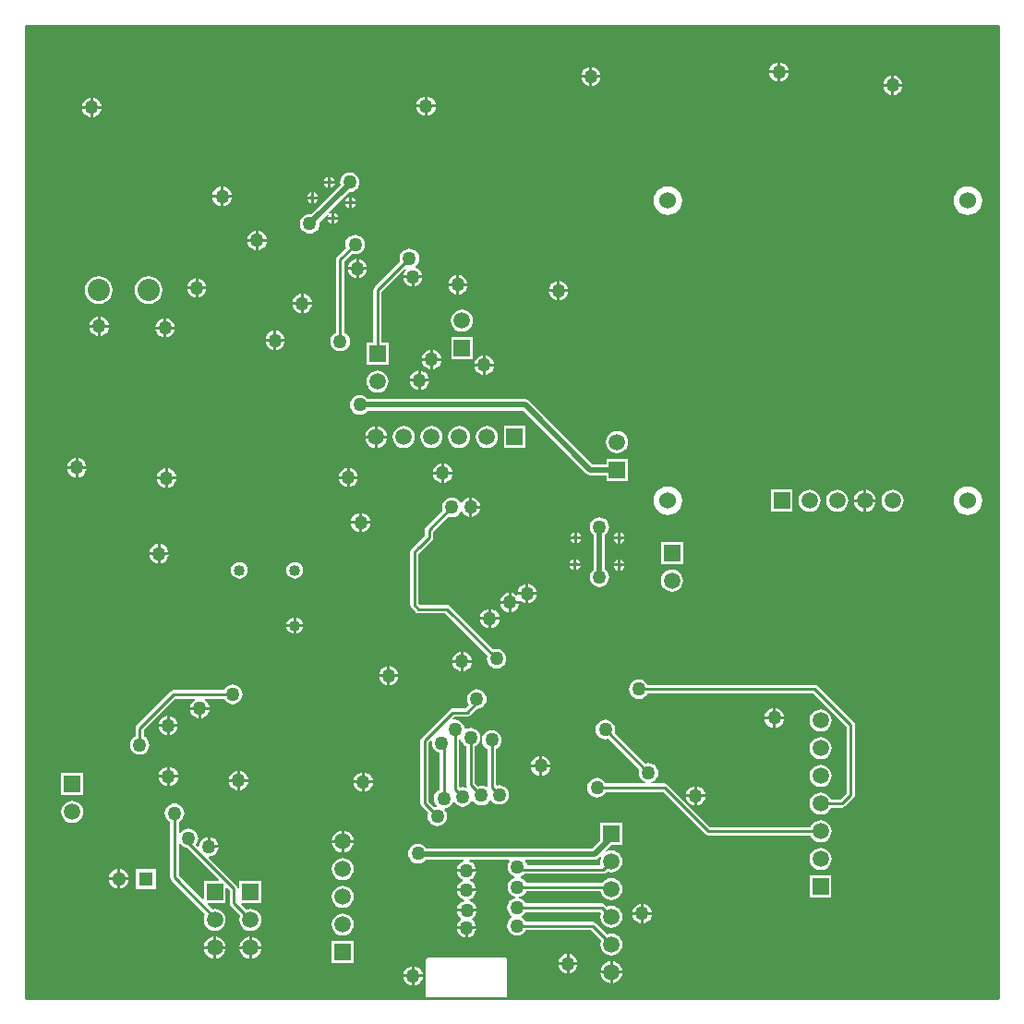
<source format=gbl>
G04 Layer_Physical_Order=2*
G04 Layer_Color=16711680*
%FSLAX25Y25*%
%MOIN*%
G70*
G01*
G75*
%ADD44C,0.01000*%
%ADD46C,0.02000*%
%ADD47C,0.00800*%
%ADD48C,0.08000*%
%ADD49C,0.05905*%
%ADD50R,0.05905X0.05905*%
%ADD51C,0.06000*%
%ADD52C,0.05150*%
%ADD53R,0.05150X0.05150*%
%ADD54C,0.04000*%
%ADD55R,0.05905X0.05905*%
%ADD56C,0.02000*%
%ADD57C,0.05000*%
G36*
X450500Y500D02*
X450538Y462D01*
X450347Y0D01*
X273560D01*
X273355Y250D01*
Y14030D01*
X273277Y14420D01*
X273056Y14751D01*
X272725Y14972D01*
X272335Y15050D01*
X244775D01*
X244385Y14972D01*
X244054Y14751D01*
X243833Y14420D01*
X243755Y14030D01*
Y250D01*
X99750D01*
X99500Y354D01*
Y351500D01*
X450500D01*
Y500D01*
D02*
G37*
%LPC*%
G36*
X260464Y121500D02*
X257500D01*
Y118536D01*
X257914Y118590D01*
X258765Y118943D01*
X259496Y119504D01*
X260057Y120235D01*
X260410Y121086D01*
X260464Y121500D01*
D02*
G37*
G36*
X256500D02*
X253536D01*
X253590Y121086D01*
X253943Y120235D01*
X254504Y119504D01*
X255235Y118943D01*
X256086Y118590D01*
X256500Y118536D01*
Y121500D01*
D02*
G37*
G36*
X257500Y125464D02*
Y122500D01*
X260464D01*
X260410Y122914D01*
X260057Y123765D01*
X259496Y124496D01*
X258765Y125057D01*
X257914Y125410D01*
X257500Y125464D01*
D02*
G37*
G36*
X256500D02*
X256086Y125410D01*
X255235Y125057D01*
X254504Y124496D01*
X253943Y123765D01*
X253590Y122914D01*
X253536Y122500D01*
X256500D01*
Y125464D01*
D02*
G37*
G36*
X233964Y116300D02*
X231000D01*
Y113336D01*
X231414Y113390D01*
X232265Y113743D01*
X232996Y114304D01*
X233557Y115035D01*
X233910Y115886D01*
X233964Y116300D01*
D02*
G37*
G36*
X230000D02*
X227036D01*
X227090Y115886D01*
X227443Y115035D01*
X228004Y114304D01*
X228735Y113743D01*
X229586Y113390D01*
X230000Y113336D01*
Y116300D01*
D02*
G37*
G36*
X231000Y120264D02*
Y117300D01*
X233964D01*
X233910Y117714D01*
X233557Y118565D01*
X232996Y119296D01*
X232265Y119857D01*
X231414Y120210D01*
X231000Y120264D01*
D02*
G37*
G36*
X230000D02*
X229586Y120210D01*
X228735Y119857D01*
X228004Y119296D01*
X227443Y118565D01*
X227090Y117714D01*
X227036Y117300D01*
X230000D01*
Y120264D01*
D02*
G37*
G36*
X196100Y134400D02*
X193640D01*
X193677Y134117D01*
X193980Y133387D01*
X194460Y132760D01*
X195087Y132280D01*
X195817Y131977D01*
X196100Y131940D01*
Y134400D01*
D02*
G37*
G36*
X266500Y140964D02*
X266086Y140910D01*
X265235Y140557D01*
X264504Y139996D01*
X263943Y139265D01*
X263590Y138414D01*
X263536Y138000D01*
X266500D01*
Y140964D01*
D02*
G37*
G36*
X197100Y137860D02*
Y135400D01*
X199560D01*
X199523Y135683D01*
X199221Y136413D01*
X198740Y137040D01*
X198113Y137521D01*
X197383Y137823D01*
X197100Y137860D01*
D02*
G37*
G36*
X273700Y142800D02*
X270736D01*
X270790Y142386D01*
X271143Y141535D01*
X271704Y140804D01*
X272435Y140243D01*
X273286Y139890D01*
X273700Y139836D01*
Y142800D01*
D02*
G37*
G36*
X267500Y140964D02*
Y138000D01*
X270464D01*
X270410Y138414D01*
X270057Y139265D01*
X269496Y139996D01*
X268765Y140557D01*
X267914Y140910D01*
X267500Y140964D01*
D02*
G37*
G36*
X266500Y137000D02*
X263536D01*
X263590Y136586D01*
X263943Y135735D01*
X264504Y135004D01*
X265235Y134443D01*
X266086Y134090D01*
X266500Y134036D01*
Y137000D01*
D02*
G37*
G36*
X199560Y134400D02*
X197100D01*
Y131940D01*
X197383Y131977D01*
X198113Y132280D01*
X198740Y132760D01*
X199221Y133387D01*
X199523Y134117D01*
X199560Y134400D01*
D02*
G37*
G36*
X196100Y137860D02*
X195817Y137823D01*
X195087Y137521D01*
X194460Y137040D01*
X193980Y136413D01*
X193677Y135683D01*
X193640Y135400D01*
X196100D01*
Y137860D01*
D02*
G37*
G36*
X270464Y137000D02*
X267500D01*
Y134036D01*
X267914Y134090D01*
X268765Y134443D01*
X269496Y135004D01*
X270057Y135735D01*
X270410Y136586D01*
X270464Y137000D01*
D02*
G37*
G36*
X154364Y98300D02*
X151400D01*
Y95336D01*
X151814Y95390D01*
X152665Y95743D01*
X153396Y96304D01*
X153957Y97035D01*
X154310Y97886D01*
X154364Y98300D01*
D02*
G37*
G36*
X150400D02*
X147436D01*
X147490Y97886D01*
X147843Y97035D01*
X148404Y96304D01*
X149135Y95743D01*
X149986Y95390D01*
X150400Y95336D01*
Y98300D01*
D02*
G37*
G36*
X369200Y101100D02*
X366236D01*
X366290Y100686D01*
X366643Y99835D01*
X367204Y99104D01*
X367935Y98543D01*
X368786Y98190D01*
X369200Y98136D01*
Y101100D01*
D02*
G37*
G36*
X386400Y104687D02*
X385368Y104551D01*
X384407Y104153D01*
X383581Y103519D01*
X382947Y102693D01*
X382549Y101732D01*
X382413Y100700D01*
X382549Y99668D01*
X382947Y98707D01*
X383581Y97881D01*
X384407Y97247D01*
X385368Y96849D01*
X386400Y96713D01*
X387432Y96849D01*
X388393Y97247D01*
X389219Y97881D01*
X389853Y98707D01*
X390251Y99668D01*
X390387Y100700D01*
X390251Y101732D01*
X389853Y102693D01*
X389219Y103519D01*
X388393Y104153D01*
X387432Y104551D01*
X386400Y104687D01*
D02*
G37*
G36*
X284900Y87764D02*
X284486Y87710D01*
X283635Y87357D01*
X282904Y86796D01*
X282343Y86065D01*
X281990Y85214D01*
X281936Y84800D01*
X284900D01*
Y87764D01*
D02*
G37*
G36*
X151500Y83964D02*
Y81000D01*
X154464D01*
X154410Y81414D01*
X154057Y82265D01*
X153496Y82996D01*
X152765Y83557D01*
X151914Y83910D01*
X151500Y83964D01*
D02*
G37*
G36*
X386400Y94687D02*
X385368Y94551D01*
X384407Y94153D01*
X383581Y93519D01*
X382947Y92693D01*
X382549Y91732D01*
X382413Y90700D01*
X382549Y89668D01*
X382947Y88707D01*
X383581Y87881D01*
X384407Y87247D01*
X385368Y86849D01*
X386400Y86713D01*
X387432Y86849D01*
X388393Y87247D01*
X389219Y87881D01*
X389853Y88707D01*
X390251Y89668D01*
X390387Y90700D01*
X390251Y91732D01*
X389853Y92693D01*
X389219Y93519D01*
X388393Y94153D01*
X387432Y94551D01*
X386400Y94687D01*
D02*
G37*
G36*
X285900Y87764D02*
Y84800D01*
X288864D01*
X288810Y85214D01*
X288457Y86065D01*
X287896Y86796D01*
X287165Y87357D01*
X286314Y87710D01*
X285900Y87764D01*
D02*
G37*
G36*
X373164Y101100D02*
X370200D01*
Y98136D01*
X370614Y98190D01*
X371465Y98543D01*
X372196Y99104D01*
X372757Y99835D01*
X373110Y100686D01*
X373164Y101100D01*
D02*
G37*
G36*
X370200Y105064D02*
Y102100D01*
X373164D01*
X373110Y102514D01*
X372757Y103365D01*
X372196Y104096D01*
X371465Y104657D01*
X370614Y105010D01*
X370200Y105064D01*
D02*
G37*
G36*
X369200D02*
X368786Y105010D01*
X367935Y104657D01*
X367204Y104096D01*
X366643Y103365D01*
X366290Y102514D01*
X366236Y102100D01*
X369200D01*
Y105064D01*
D02*
G37*
G36*
X174200Y113630D02*
X173286Y113510D01*
X172435Y113157D01*
X171704Y112596D01*
X171143Y111865D01*
X171045Y111629D01*
X152800D01*
X152215Y111513D01*
X151719Y111181D01*
X139519Y98981D01*
X139187Y98485D01*
X139071Y97900D01*
Y94955D01*
X138835Y94857D01*
X138104Y94296D01*
X137543Y93565D01*
X137190Y92714D01*
X137070Y91800D01*
X137190Y90886D01*
X137543Y90035D01*
X138104Y89304D01*
X138835Y88743D01*
X139686Y88390D01*
X140600Y88270D01*
X141514Y88390D01*
X142365Y88743D01*
X143096Y89304D01*
X143657Y90035D01*
X144010Y90886D01*
X144130Y91800D01*
X144010Y92714D01*
X143657Y93565D01*
X143096Y94296D01*
X142365Y94857D01*
X142129Y94955D01*
Y97267D01*
X153434Y108571D01*
X160468D01*
X160567Y108071D01*
X160535Y108057D01*
X159804Y107496D01*
X159243Y106765D01*
X158890Y105914D01*
X158836Y105500D01*
X165764D01*
X165710Y105914D01*
X165357Y106765D01*
X164796Y107496D01*
X164065Y108057D01*
X164033Y108071D01*
X164132Y108571D01*
X171045D01*
X171143Y108335D01*
X171704Y107604D01*
X172435Y107043D01*
X173286Y106690D01*
X174200Y106570D01*
X175114Y106690D01*
X175965Y107043D01*
X176696Y107604D01*
X177257Y108335D01*
X177610Y109186D01*
X177730Y110100D01*
X177610Y111014D01*
X177257Y111865D01*
X176696Y112596D01*
X175965Y113157D01*
X175114Y113510D01*
X174200Y113630D01*
D02*
G37*
G36*
X262300Y111930D02*
X261386Y111810D01*
X260535Y111457D01*
X259804Y110896D01*
X259243Y110165D01*
X258890Y109314D01*
X258770Y108400D01*
X258890Y107486D01*
X259243Y106635D01*
X259429Y106392D01*
X258067Y105029D01*
X253600D01*
X253015Y104913D01*
X252519Y104581D01*
X242419Y94481D01*
X242087Y93985D01*
X241971Y93400D01*
Y70700D01*
X242087Y70115D01*
X242419Y69619D01*
X244788Y67249D01*
X244690Y67014D01*
X244570Y66100D01*
X244690Y65186D01*
X245043Y64335D01*
X245604Y63604D01*
X246335Y63043D01*
X247186Y62690D01*
X248100Y62570D01*
X249014Y62690D01*
X249865Y63043D01*
X250596Y63604D01*
X251157Y64335D01*
X251510Y65186D01*
X251630Y66100D01*
X251510Y67014D01*
X251157Y67865D01*
X250669Y68501D01*
X250747Y68852D01*
X250853Y69029D01*
X251314Y69090D01*
X252165Y69443D01*
X252896Y70004D01*
X253457Y70735D01*
X253654Y71209D01*
X253869Y71265D01*
X254210Y71247D01*
X254704Y70604D01*
X255435Y70043D01*
X256286Y69690D01*
X257200Y69570D01*
X258114Y69690D01*
X258965Y70043D01*
X259696Y70604D01*
X260257Y71335D01*
X260433Y71759D01*
X260748Y71806D01*
X260983Y71782D01*
X261504Y71104D01*
X262235Y70543D01*
X263086Y70190D01*
X264000Y70070D01*
X264914Y70190D01*
X265765Y70543D01*
X266496Y71104D01*
X266962Y71710D01*
X267395Y71777D01*
X267563Y71748D01*
X267904Y71304D01*
X268635Y70743D01*
X269486Y70390D01*
X270400Y70270D01*
X271314Y70390D01*
X272165Y70743D01*
X272896Y71304D01*
X273457Y72035D01*
X273810Y72886D01*
X273930Y73800D01*
X273810Y74714D01*
X273457Y75565D01*
X272896Y76296D01*
X272165Y76857D01*
X271314Y77210D01*
X270400Y77330D01*
X269729Y77242D01*
X269280Y77559D01*
X269229Y77645D01*
Y90445D01*
X269465Y90543D01*
X270196Y91104D01*
X270757Y91835D01*
X271110Y92686D01*
X271230Y93600D01*
X271110Y94514D01*
X270757Y95365D01*
X270196Y96096D01*
X269465Y96657D01*
X268614Y97010D01*
X267700Y97130D01*
X266786Y97010D01*
X265935Y96657D01*
X265204Y96096D01*
X264643Y95365D01*
X264290Y94514D01*
X264170Y93600D01*
X264290Y92686D01*
X264643Y91835D01*
X265204Y91104D01*
X265935Y90543D01*
X266171Y90445D01*
Y76976D01*
X265978Y76824D01*
X265671Y76696D01*
X264914Y77010D01*
X264000Y77130D01*
X263086Y77010D01*
X262851Y76912D01*
X261629Y78133D01*
Y91345D01*
X261865Y91443D01*
X262596Y92004D01*
X263157Y92735D01*
X263510Y93586D01*
X263630Y94500D01*
X263510Y95414D01*
X263157Y96265D01*
X262596Y96996D01*
X261865Y97557D01*
X261014Y97910D01*
X260100Y98030D01*
X259186Y97910D01*
X258505Y97628D01*
X258066Y97808D01*
X257964Y97903D01*
X257910Y98314D01*
X257557Y99165D01*
X256996Y99896D01*
X256265Y100457D01*
X255414Y100810D01*
X254500Y100930D01*
X253809Y100839D01*
X253576Y101313D01*
X254234Y101971D01*
X258700D01*
X259285Y102087D01*
X259781Y102419D01*
X262241Y104878D01*
X262300Y104870D01*
X263214Y104990D01*
X264065Y105343D01*
X264796Y105904D01*
X265357Y106635D01*
X265710Y107486D01*
X265830Y108400D01*
X265710Y109314D01*
X265357Y110165D01*
X264796Y110896D01*
X264065Y111457D01*
X263214Y111810D01*
X262300Y111930D01*
D02*
G37*
G36*
X151400Y102264D02*
Y99300D01*
X154364D01*
X154310Y99714D01*
X153957Y100565D01*
X153396Y101296D01*
X152665Y101857D01*
X151814Y102210D01*
X151400Y102264D01*
D02*
G37*
G36*
X150400D02*
X149986Y102210D01*
X149135Y101857D01*
X148404Y101296D01*
X147843Y100565D01*
X147490Y99714D01*
X147436Y99300D01*
X150400D01*
Y102264D01*
D02*
G37*
G36*
X165764Y104500D02*
X162800D01*
Y101536D01*
X163214Y101590D01*
X164065Y101943D01*
X164796Y102504D01*
X165357Y103235D01*
X165710Y104086D01*
X165764Y104500D01*
D02*
G37*
G36*
X161800D02*
X158836D01*
X158890Y104086D01*
X159243Y103235D01*
X159804Y102504D01*
X160535Y101943D01*
X161386Y101590D01*
X161800Y101536D01*
Y104500D01*
D02*
G37*
G36*
X277664Y142800D02*
X274700D01*
Y139836D01*
X275114Y139890D01*
X275965Y140243D01*
X276696Y140804D01*
X277257Y141535D01*
X277610Y142386D01*
X277664Y142800D01*
D02*
G37*
G36*
X313200Y166000D02*
X311760D01*
X311816Y165720D01*
X312258Y165058D01*
X312920Y164616D01*
X313200Y164560D01*
Y166000D01*
D02*
G37*
G36*
X148100Y164364D02*
Y161400D01*
X151064D01*
X151010Y161814D01*
X150657Y162665D01*
X150096Y163396D01*
X149365Y163957D01*
X148514Y164310D01*
X148100Y164364D01*
D02*
G37*
G36*
X297500Y166100D02*
X296060D01*
X296116Y165820D01*
X296558Y165158D01*
X297220Y164716D01*
X297500Y164660D01*
Y166100D01*
D02*
G37*
G36*
X315640Y166000D02*
X314200D01*
Y164560D01*
X314480Y164616D01*
X315142Y165058D01*
X315584Y165720D01*
X315640Y166000D01*
D02*
G37*
G36*
X297300Y158940D02*
X297020Y158884D01*
X296358Y158442D01*
X295916Y157780D01*
X295860Y157500D01*
X297300D01*
Y158940D01*
D02*
G37*
G36*
X151064Y160400D02*
X148100D01*
Y157436D01*
X148514Y157490D01*
X149365Y157843D01*
X150096Y158404D01*
X150657Y159135D01*
X151010Y159986D01*
X151064Y160400D01*
D02*
G37*
G36*
X147100Y164364D02*
X146686Y164310D01*
X145835Y163957D01*
X145104Y163396D01*
X144543Y162665D01*
X144190Y161814D01*
X144136Y161400D01*
X147100D01*
Y164364D01*
D02*
G37*
G36*
X298300Y158940D02*
Y157500D01*
X299740D01*
X299684Y157780D01*
X299242Y158442D01*
X298580Y158884D01*
X298300Y158940D01*
D02*
G37*
G36*
X299940Y166100D02*
X298500D01*
Y164660D01*
X298780Y164716D01*
X299442Y165158D01*
X299884Y165820D01*
X299940Y166100D01*
D02*
G37*
G36*
X223864Y171600D02*
X220900D01*
Y168636D01*
X221314Y168690D01*
X222165Y169043D01*
X222896Y169604D01*
X223457Y170335D01*
X223810Y171186D01*
X223864Y171600D01*
D02*
G37*
G36*
X219900D02*
X216936D01*
X216990Y171186D01*
X217343Y170335D01*
X217904Y169604D01*
X218635Y169043D01*
X219486Y168690D01*
X219900Y168636D01*
Y171600D01*
D02*
G37*
G36*
X220900Y175564D02*
Y172600D01*
X223864D01*
X223810Y173014D01*
X223457Y173865D01*
X222896Y174596D01*
X222165Y175157D01*
X221314Y175510D01*
X220900Y175564D01*
D02*
G37*
G36*
X219900D02*
X219486Y175510D01*
X218635Y175157D01*
X217904Y174596D01*
X217343Y173865D01*
X216990Y173014D01*
X216936Y172600D01*
X219900D01*
Y175564D01*
D02*
G37*
G36*
X314200Y168440D02*
Y167000D01*
X315640D01*
X315584Y167280D01*
X315142Y167942D01*
X314480Y168384D01*
X314200Y168440D01*
D02*
G37*
G36*
X313200D02*
X312920Y168384D01*
X312258Y167942D01*
X311816Y167280D01*
X311760Y167000D01*
X313200D01*
Y168440D01*
D02*
G37*
G36*
X298500Y168540D02*
Y167100D01*
X299940D01*
X299884Y167380D01*
X299442Y168042D01*
X298780Y168484D01*
X298500Y168540D01*
D02*
G37*
G36*
X297500D02*
X297220Y168484D01*
X296558Y168042D01*
X296116Y167380D01*
X296060Y167100D01*
X297500D01*
Y168540D01*
D02*
G37*
G36*
X332776Y155168D02*
X331744Y155032D01*
X330782Y154634D01*
X329956Y154000D01*
X329323Y153174D01*
X328925Y152213D01*
X328789Y151181D01*
X328925Y150149D01*
X329323Y149188D01*
X329956Y148362D01*
X330782Y147728D01*
X331744Y147330D01*
X332776Y147194D01*
X333807Y147330D01*
X334769Y147728D01*
X335595Y148362D01*
X336228Y149188D01*
X336627Y150149D01*
X336762Y151181D01*
X336627Y152213D01*
X336228Y153174D01*
X335595Y154000D01*
X334769Y154634D01*
X333807Y155032D01*
X332776Y155168D01*
D02*
G37*
G36*
X281000Y149964D02*
Y147000D01*
X283964D01*
X283910Y147414D01*
X283557Y148265D01*
X282996Y148996D01*
X282265Y149557D01*
X281414Y149910D01*
X281000Y149964D01*
D02*
G37*
G36*
X176600Y157926D02*
X175817Y157823D01*
X175087Y157520D01*
X174460Y157040D01*
X173979Y156413D01*
X173677Y155683D01*
X173574Y154900D01*
X173677Y154117D01*
X173979Y153387D01*
X174460Y152760D01*
X175087Y152279D01*
X175817Y151977D01*
X176600Y151874D01*
X177383Y151977D01*
X178113Y152279D01*
X178740Y152760D01*
X179220Y153387D01*
X179523Y154117D01*
X179626Y154900D01*
X179523Y155683D01*
X179220Y156413D01*
X178740Y157040D01*
X178113Y157520D01*
X177383Y157823D01*
X176600Y157926D01*
D02*
G37*
G36*
X306600Y174030D02*
X305686Y173910D01*
X304835Y173557D01*
X304104Y172996D01*
X303543Y172265D01*
X303190Y171414D01*
X303070Y170500D01*
X303190Y169586D01*
X303543Y168735D01*
X304104Y168004D01*
X304561Y167653D01*
Y155247D01*
X304104Y154896D01*
X303543Y154165D01*
X303190Y153314D01*
X303070Y152400D01*
X303190Y151486D01*
X303543Y150635D01*
X304104Y149904D01*
X304835Y149343D01*
X305686Y148990D01*
X306600Y148870D01*
X307514Y148990D01*
X308365Y149343D01*
X309096Y149904D01*
X309657Y150635D01*
X310010Y151486D01*
X310130Y152400D01*
X310010Y153314D01*
X309657Y154165D01*
X309096Y154896D01*
X308639Y155247D01*
Y167653D01*
X309096Y168004D01*
X309657Y168735D01*
X310010Y169586D01*
X310130Y170500D01*
X310010Y171414D01*
X309657Y172265D01*
X309096Y172996D01*
X308365Y173557D01*
X307514Y173910D01*
X306600Y174030D01*
D02*
G37*
G36*
X283964Y146000D02*
X281000D01*
Y143036D01*
X281414Y143090D01*
X282265Y143443D01*
X282996Y144004D01*
X283557Y144735D01*
X283910Y145586D01*
X283964Y146000D01*
D02*
G37*
G36*
X274700Y146764D02*
Y143800D01*
X278000D01*
X278157Y143886D01*
X278735Y143443D01*
X279586Y143090D01*
X280000Y143036D01*
Y146000D01*
X276700D01*
X276543Y145914D01*
X275965Y146357D01*
X275114Y146710D01*
X274700Y146764D01*
D02*
G37*
G36*
X280000Y149964D02*
X279586Y149910D01*
X278735Y149557D01*
X278004Y148996D01*
X277443Y148265D01*
X277090Y147414D01*
X277036Y147000D01*
X280000D01*
Y149964D01*
D02*
G37*
G36*
X273700Y146764D02*
X273286Y146710D01*
X272435Y146357D01*
X271704Y145796D01*
X271143Y145065D01*
X270790Y144214D01*
X270736Y143800D01*
X273700D01*
Y146764D01*
D02*
G37*
G36*
X196600Y157926D02*
X195817Y157823D01*
X195087Y157520D01*
X194460Y157040D01*
X193980Y156413D01*
X193677Y155683D01*
X193574Y154900D01*
X193677Y154117D01*
X193980Y153387D01*
X194460Y152760D01*
X195087Y152279D01*
X195817Y151977D01*
X196600Y151874D01*
X197383Y151977D01*
X198113Y152279D01*
X198740Y152760D01*
X199221Y153387D01*
X199523Y154117D01*
X199626Y154900D01*
X199523Y155683D01*
X199221Y156413D01*
X198740Y157040D01*
X198113Y157520D01*
X197383Y157823D01*
X196600Y157926D01*
D02*
G37*
G36*
X313200Y158740D02*
X312920Y158684D01*
X312258Y158242D01*
X311816Y157580D01*
X311760Y157300D01*
X313200D01*
Y158740D01*
D02*
G37*
G36*
X336728Y165134D02*
X328823D01*
Y157228D01*
X336728D01*
Y165134D01*
D02*
G37*
G36*
X147100Y160400D02*
X144136D01*
X144190Y159986D01*
X144543Y159135D01*
X145104Y158404D01*
X145835Y157843D01*
X146686Y157490D01*
X147100Y157436D01*
Y160400D01*
D02*
G37*
G36*
X314200Y158740D02*
Y157300D01*
X315640D01*
X315584Y157580D01*
X315142Y158242D01*
X314480Y158684D01*
X314200Y158740D01*
D02*
G37*
G36*
X315640Y156300D02*
X314200D01*
Y154860D01*
X314480Y154916D01*
X315142Y155358D01*
X315584Y156020D01*
X315640Y156300D01*
D02*
G37*
G36*
X313200D02*
X311760D01*
X311816Y156020D01*
X312258Y155358D01*
X312920Y154916D01*
X313200Y154860D01*
Y156300D01*
D02*
G37*
G36*
X299740Y156500D02*
X298300D01*
Y155060D01*
X298580Y155116D01*
X299242Y155558D01*
X299684Y156220D01*
X299740Y156500D01*
D02*
G37*
G36*
X297300D02*
X295860D01*
X295916Y156220D01*
X296358Y155558D01*
X297020Y155116D01*
X297300Y155060D01*
Y156500D01*
D02*
G37*
G36*
X262064Y25400D02*
X259100D01*
Y22436D01*
X259514Y22490D01*
X260365Y22843D01*
X261096Y23404D01*
X261657Y24135D01*
X262010Y24986D01*
X262064Y25400D01*
D02*
G37*
G36*
X258100D02*
X255136D01*
X255190Y24986D01*
X255543Y24135D01*
X256104Y23404D01*
X256835Y22843D01*
X257686Y22490D01*
X258100Y22436D01*
Y25400D01*
D02*
G37*
G36*
X153200Y70730D02*
X152286Y70610D01*
X151435Y70257D01*
X150704Y69696D01*
X150143Y68965D01*
X149790Y68114D01*
X149670Y67200D01*
X149790Y66286D01*
X150143Y65435D01*
X150704Y64704D01*
X151435Y64143D01*
X151671Y64045D01*
Y44000D01*
X151787Y43415D01*
X152119Y42919D01*
X164289Y30748D01*
X164247Y30693D01*
X163849Y29732D01*
X163713Y28700D01*
X163849Y27668D01*
X164247Y26707D01*
X164881Y25881D01*
X165707Y25247D01*
X166668Y24849D01*
X167700Y24713D01*
X168732Y24849D01*
X169693Y25247D01*
X170519Y25881D01*
X171153Y26707D01*
X171551Y27668D01*
X171687Y28700D01*
X171551Y29732D01*
X171153Y30693D01*
X170519Y31519D01*
X169693Y32153D01*
X168732Y32551D01*
X167700Y32687D01*
X166795Y32568D01*
X165078Y34285D01*
X165269Y34747D01*
X171653D01*
Y40131D01*
X172115Y40322D01*
X173071Y39366D01*
Y34700D01*
X173187Y34115D01*
X173519Y33619D01*
X176941Y30196D01*
X176749Y29732D01*
X176613Y28700D01*
X176749Y27668D01*
X177147Y26707D01*
X177781Y25881D01*
X178607Y25247D01*
X179568Y24849D01*
X180600Y24713D01*
X181632Y24849D01*
X182593Y25247D01*
X183419Y25881D01*
X184053Y26707D01*
X184451Y27668D01*
X184587Y28700D01*
X184451Y29732D01*
X184053Y30693D01*
X183419Y31519D01*
X182593Y32153D01*
X181632Y32551D01*
X180600Y32687D01*
X179568Y32551D01*
X179104Y32359D01*
X177178Y34285D01*
X177369Y34747D01*
X184553D01*
Y42653D01*
X176647D01*
Y36051D01*
X176147Y35784D01*
X176129Y35796D01*
Y40000D01*
X176013Y40585D01*
X175681Y41081D01*
X165686Y51077D01*
X165865Y51605D01*
X166514Y51690D01*
X167365Y52043D01*
X168096Y52604D01*
X168657Y53335D01*
X169010Y54186D01*
X169064Y54600D01*
X165600D01*
Y55100D01*
X165100D01*
Y58564D01*
X164686Y58510D01*
X163835Y58157D01*
X163104Y57596D01*
X162543Y56865D01*
X162190Y56014D01*
X162105Y55365D01*
X161577Y55186D01*
X160897Y55866D01*
X161257Y56335D01*
X161610Y57186D01*
X161730Y58100D01*
X161610Y59014D01*
X161257Y59865D01*
X160696Y60596D01*
X159965Y61157D01*
X159114Y61510D01*
X158200Y61630D01*
X157286Y61510D01*
X156435Y61157D01*
X155704Y60596D01*
X155229Y59978D01*
X154729Y60107D01*
Y64045D01*
X154965Y64143D01*
X155696Y64704D01*
X156257Y65435D01*
X156610Y66286D01*
X156730Y67200D01*
X156610Y68114D01*
X156257Y68965D01*
X155696Y69696D01*
X154965Y70257D01*
X154114Y70610D01*
X153200Y70730D01*
D02*
G37*
G36*
X213900Y30987D02*
X212868Y30851D01*
X211907Y30453D01*
X211081Y29819D01*
X210447Y28993D01*
X210049Y28032D01*
X209913Y27000D01*
X210049Y25968D01*
X210447Y25007D01*
X211081Y24181D01*
X211907Y23547D01*
X212868Y23149D01*
X213900Y23013D01*
X214932Y23149D01*
X215893Y23547D01*
X216719Y24181D01*
X217353Y25007D01*
X217751Y25968D01*
X217887Y27000D01*
X217751Y28032D01*
X217353Y28993D01*
X216719Y29819D01*
X215893Y30453D01*
X214932Y30851D01*
X213900Y30987D01*
D02*
G37*
G36*
X180100Y22621D02*
X179568Y22551D01*
X178607Y22153D01*
X177781Y21519D01*
X177147Y20693D01*
X176749Y19732D01*
X176679Y19200D01*
X180100D01*
Y22621D01*
D02*
G37*
G36*
X167200D02*
X166668Y22551D01*
X165707Y22153D01*
X164881Y21519D01*
X164247Y20693D01*
X163849Y19732D01*
X163779Y19200D01*
X167200D01*
Y22621D01*
D02*
G37*
G36*
X181100D02*
Y19200D01*
X184521D01*
X184451Y19732D01*
X184053Y20693D01*
X183419Y21519D01*
X182593Y22153D01*
X181632Y22551D01*
X181100Y22621D01*
D02*
G37*
G36*
X168200D02*
Y19200D01*
X171621D01*
X171551Y19732D01*
X171153Y20693D01*
X170519Y21519D01*
X169693Y22153D01*
X168732Y22551D01*
X168200Y22621D01*
D02*
G37*
G36*
X262164Y31700D02*
X255236D01*
X255290Y31286D01*
X255643Y30435D01*
X256204Y29704D01*
X256614Y29389D01*
X256626Y29366D01*
X256595Y28773D01*
X256104Y28396D01*
X255543Y27665D01*
X255190Y26814D01*
X255136Y26400D01*
X262064D01*
X262010Y26814D01*
X261657Y27665D01*
X261096Y28396D01*
X260686Y28711D01*
X260674Y28734D01*
X260705Y29327D01*
X261196Y29704D01*
X261757Y30435D01*
X262110Y31286D01*
X262164Y31700D01*
D02*
G37*
G36*
X213900Y40987D02*
X212868Y40851D01*
X211907Y40453D01*
X211081Y39819D01*
X210447Y38993D01*
X210049Y38032D01*
X209913Y37000D01*
X210049Y35968D01*
X210447Y35007D01*
X211081Y34181D01*
X211907Y33547D01*
X212868Y33149D01*
X213900Y33013D01*
X214932Y33149D01*
X215893Y33547D01*
X216719Y34181D01*
X217353Y35007D01*
X217751Y35968D01*
X217887Y37000D01*
X217751Y38032D01*
X217353Y38993D01*
X216719Y39819D01*
X215893Y40453D01*
X214932Y40851D01*
X213900Y40987D01*
D02*
G37*
G36*
X262064Y39000D02*
X255136D01*
X255190Y38586D01*
X255543Y37735D01*
X256104Y37004D01*
X256835Y36443D01*
X257686Y36090D01*
X257726Y35620D01*
X257718Y35582D01*
X256935Y35257D01*
X256204Y34696D01*
X255643Y33965D01*
X255290Y33114D01*
X255236Y32700D01*
X262164D01*
X262110Y33114D01*
X261757Y33965D01*
X261196Y34696D01*
X260465Y35257D01*
X259614Y35610D01*
X259574Y36080D01*
X259582Y36118D01*
X260365Y36443D01*
X261096Y37004D01*
X261657Y37735D01*
X262010Y38586D01*
X262064Y39000D01*
D02*
G37*
G36*
X146475Y47075D02*
X139325D01*
Y39925D01*
X146475D01*
Y47075D01*
D02*
G37*
G36*
X390353Y44653D02*
X382447D01*
Y36747D01*
X390353D01*
Y44653D01*
D02*
G37*
G36*
X325464Y30500D02*
X322500D01*
Y27536D01*
X322914Y27590D01*
X323765Y27943D01*
X324496Y28504D01*
X325057Y29235D01*
X325410Y30086D01*
X325464Y30500D01*
D02*
G37*
G36*
X321500D02*
X318536D01*
X318590Y30086D01*
X318943Y29235D01*
X319504Y28504D01*
X320235Y27943D01*
X321086Y27590D01*
X321500Y27536D01*
Y30500D01*
D02*
G37*
G36*
X322500Y34464D02*
Y31500D01*
X325464D01*
X325410Y31914D01*
X325057Y32765D01*
X324496Y33496D01*
X323765Y34057D01*
X322914Y34410D01*
X322500Y34464D01*
D02*
G37*
G36*
X321500D02*
X321086Y34410D01*
X320235Y34057D01*
X319504Y33496D01*
X318943Y32765D01*
X318590Y31914D01*
X318536Y31500D01*
X321500D01*
Y34464D01*
D02*
G37*
G36*
X239800Y11964D02*
Y9000D01*
X242764D01*
X242710Y9414D01*
X242357Y10265D01*
X241796Y10996D01*
X241065Y11557D01*
X240214Y11910D01*
X239800Y11964D01*
D02*
G37*
G36*
X238800D02*
X238386Y11910D01*
X237535Y11557D01*
X236804Y10996D01*
X236243Y10265D01*
X235890Y9414D01*
X235836Y9000D01*
X238800D01*
Y11964D01*
D02*
G37*
G36*
X298664Y12400D02*
X295700D01*
Y9436D01*
X296114Y9490D01*
X296965Y9843D01*
X297696Y10404D01*
X298257Y11135D01*
X298610Y11986D01*
X298664Y12400D01*
D02*
G37*
G36*
X294700D02*
X291736D01*
X291790Y11986D01*
X292143Y11135D01*
X292704Y10404D01*
X293435Y9843D01*
X294286Y9490D01*
X294700Y9436D01*
Y12400D01*
D02*
G37*
G36*
X242764Y8000D02*
X239800D01*
Y5036D01*
X240214Y5090D01*
X241065Y5443D01*
X241796Y6004D01*
X242357Y6735D01*
X242710Y7586D01*
X242764Y8000D01*
D02*
G37*
G36*
X238800D02*
X235836D01*
X235890Y7586D01*
X236243Y6735D01*
X236804Y6004D01*
X237535Y5443D01*
X238386Y5090D01*
X238800Y5036D01*
Y8000D01*
D02*
G37*
G36*
X314821Y9300D02*
X311400D01*
Y5879D01*
X311932Y5949D01*
X312893Y6347D01*
X313719Y6981D01*
X314353Y7807D01*
X314751Y8768D01*
X314821Y9300D01*
D02*
G37*
G36*
X310400D02*
X306979D01*
X307049Y8768D01*
X307447Y7807D01*
X308081Y6981D01*
X308907Y6347D01*
X309868Y5949D01*
X310400Y5879D01*
Y9300D01*
D02*
G37*
G36*
Y13721D02*
X309868Y13651D01*
X308907Y13253D01*
X308081Y12619D01*
X307447Y11793D01*
X307049Y10832D01*
X306979Y10300D01*
X310400D01*
Y13721D01*
D02*
G37*
G36*
X180100Y18200D02*
X176679D01*
X176749Y17668D01*
X177147Y16707D01*
X177781Y15881D01*
X178607Y15247D01*
X179568Y14849D01*
X180100Y14779D01*
Y18200D01*
D02*
G37*
G36*
X167200D02*
X163779D01*
X163849Y17668D01*
X164247Y16707D01*
X164881Y15881D01*
X165707Y15247D01*
X166668Y14849D01*
X167200Y14779D01*
Y18200D01*
D02*
G37*
G36*
X184521D02*
X181100D01*
Y14779D01*
X181632Y14849D01*
X182593Y15247D01*
X183419Y15881D01*
X184053Y16707D01*
X184451Y17668D01*
X184521Y18200D01*
D02*
G37*
G36*
X171621D02*
X168200D01*
Y14779D01*
X168732Y14849D01*
X169693Y15247D01*
X170519Y15881D01*
X171153Y16707D01*
X171551Y17668D01*
X171621Y18200D01*
D02*
G37*
G36*
X217853Y20953D02*
X209947D01*
Y13047D01*
X217853D01*
Y20953D01*
D02*
G37*
G36*
X311400Y13721D02*
Y10300D01*
X314821D01*
X314751Y10832D01*
X314353Y11793D01*
X313719Y12619D01*
X312893Y13253D01*
X311932Y13651D01*
X311400Y13721D01*
D02*
G37*
G36*
X295700Y16364D02*
Y13400D01*
X298664D01*
X298610Y13814D01*
X298257Y14665D01*
X297696Y15396D01*
X296965Y15957D01*
X296114Y16310D01*
X295700Y16364D01*
D02*
G37*
G36*
X294700D02*
X294286Y16310D01*
X293435Y15957D01*
X292704Y15396D01*
X292143Y14665D01*
X291790Y13814D01*
X291736Y13400D01*
X294700D01*
Y16364D01*
D02*
G37*
G36*
X132557Y43000D02*
X129518D01*
X129575Y42567D01*
X129935Y41697D01*
X130508Y40950D01*
X131255Y40377D01*
X132124Y40017D01*
X132557Y39960D01*
Y43000D01*
D02*
G37*
G36*
X179764Y78500D02*
X176800D01*
Y75536D01*
X177214Y75590D01*
X178065Y75943D01*
X178796Y76504D01*
X179357Y77235D01*
X179710Y78086D01*
X179764Y78500D01*
D02*
G37*
G36*
X175800D02*
X172836D01*
X172890Y78086D01*
X173243Y77235D01*
X173804Y76504D01*
X174535Y75943D01*
X175386Y75590D01*
X175800Y75536D01*
Y78500D01*
D02*
G37*
G36*
X150500Y80000D02*
X147536D01*
X147590Y79586D01*
X147943Y78735D01*
X148504Y78004D01*
X149235Y77443D01*
X150086Y77090D01*
X150500Y77036D01*
Y80000D01*
D02*
G37*
G36*
X386400Y84687D02*
X385368Y84551D01*
X384407Y84153D01*
X383581Y83519D01*
X382947Y82693D01*
X382549Y81732D01*
X382413Y80700D01*
X382549Y79668D01*
X382947Y78707D01*
X383581Y77881D01*
X384407Y77247D01*
X385368Y76849D01*
X386400Y76713D01*
X387432Y76849D01*
X388393Y77247D01*
X389219Y77881D01*
X389853Y78707D01*
X390251Y79668D01*
X390387Y80700D01*
X390251Y81732D01*
X389853Y82693D01*
X389219Y83519D01*
X388393Y84153D01*
X387432Y84551D01*
X386400Y84687D01*
D02*
G37*
G36*
X341800Y76964D02*
Y74000D01*
X344764D01*
X344710Y74414D01*
X344357Y75265D01*
X343796Y75996D01*
X343065Y76557D01*
X342214Y76910D01*
X341800Y76964D01*
D02*
G37*
G36*
X340800D02*
X340386Y76910D01*
X339535Y76557D01*
X338804Y75996D01*
X338243Y75265D01*
X337890Y74414D01*
X337836Y74000D01*
X340800D01*
Y76964D01*
D02*
G37*
G36*
X224762Y77998D02*
X221798D01*
Y75034D01*
X222212Y75088D01*
X223063Y75441D01*
X223794Y76002D01*
X224355Y76733D01*
X224708Y77584D01*
X224762Y77998D01*
D02*
G37*
G36*
X220798D02*
X217834D01*
X217888Y77584D01*
X218241Y76733D01*
X218802Y76002D01*
X219533Y75441D01*
X220384Y75088D01*
X220798Y75034D01*
Y77998D01*
D02*
G37*
G36*
X154464Y80000D02*
X151500D01*
Y77036D01*
X151914Y77090D01*
X152765Y77443D01*
X153496Y78004D01*
X154057Y78735D01*
X154410Y79586D01*
X154464Y80000D01*
D02*
G37*
G36*
X284900Y83800D02*
X281936D01*
X281990Y83386D01*
X282343Y82535D01*
X282904Y81804D01*
X283635Y81243D01*
X284486Y80890D01*
X284900Y80836D01*
Y83800D01*
D02*
G37*
G36*
X176800Y82464D02*
Y79500D01*
X179764D01*
X179710Y79914D01*
X179357Y80765D01*
X178796Y81496D01*
X178065Y82057D01*
X177214Y82410D01*
X176800Y82464D01*
D02*
G37*
G36*
X150500Y83964D02*
X150086Y83910D01*
X149235Y83557D01*
X148504Y82996D01*
X147943Y82265D01*
X147590Y81414D01*
X147536Y81000D01*
X150500D01*
Y83964D01*
D02*
G37*
G36*
X288864Y83800D02*
X285900D01*
Y80836D01*
X286314Y80890D01*
X287165Y81243D01*
X287896Y81804D01*
X288457Y82535D01*
X288810Y83386D01*
X288864Y83800D01*
D02*
G37*
G36*
X220798Y81962D02*
X220384Y81908D01*
X219533Y81555D01*
X218802Y80994D01*
X218241Y80263D01*
X217888Y79412D01*
X217834Y78998D01*
X220798D01*
Y81962D01*
D02*
G37*
G36*
X308700Y100930D02*
X307786Y100810D01*
X306935Y100457D01*
X306204Y99896D01*
X305643Y99165D01*
X305290Y98314D01*
X305170Y97400D01*
X305290Y96486D01*
X305643Y95635D01*
X306204Y94904D01*
X306935Y94343D01*
X307786Y93990D01*
X308700Y93870D01*
X309614Y93990D01*
X309849Y94088D01*
X320988Y82949D01*
X320890Y82714D01*
X320770Y81800D01*
X320890Y80886D01*
X321243Y80035D01*
X321804Y79304D01*
X322535Y78743D01*
X323291Y78429D01*
X323192Y77929D01*
X308855D01*
X308757Y78165D01*
X308196Y78896D01*
X307465Y79457D01*
X306614Y79810D01*
X305700Y79930D01*
X304786Y79810D01*
X303935Y79457D01*
X303204Y78896D01*
X302643Y78165D01*
X302290Y77314D01*
X302170Y76400D01*
X302290Y75486D01*
X302643Y74635D01*
X303204Y73904D01*
X303935Y73343D01*
X304786Y72990D01*
X305700Y72870D01*
X306614Y72990D01*
X307465Y73343D01*
X308196Y73904D01*
X308757Y74635D01*
X308855Y74871D01*
X329467D01*
X344719Y59619D01*
X345215Y59287D01*
X345800Y59171D01*
X382755D01*
X382947Y58707D01*
X383581Y57881D01*
X384407Y57247D01*
X385368Y56849D01*
X386400Y56713D01*
X387432Y56849D01*
X388393Y57247D01*
X389219Y57881D01*
X389853Y58707D01*
X390251Y59668D01*
X390387Y60700D01*
X390251Y61732D01*
X389853Y62693D01*
X389219Y63519D01*
X388393Y64153D01*
X387432Y64551D01*
X386400Y64687D01*
X385368Y64551D01*
X384407Y64153D01*
X383581Y63519D01*
X382947Y62693D01*
X382755Y62229D01*
X346433D01*
X331181Y77481D01*
X330685Y77813D01*
X330100Y77929D01*
X325408D01*
X325309Y78429D01*
X326065Y78743D01*
X326796Y79304D01*
X327357Y80035D01*
X327710Y80886D01*
X327830Y81800D01*
X327710Y82714D01*
X327357Y83565D01*
X326796Y84296D01*
X326065Y84857D01*
X325214Y85210D01*
X324300Y85330D01*
X323386Y85210D01*
X323151Y85112D01*
X312012Y96251D01*
X312110Y96486D01*
X312230Y97400D01*
X312110Y98314D01*
X311757Y99165D01*
X311196Y99896D01*
X310465Y100457D01*
X309614Y100810D01*
X308700Y100930D01*
D02*
G37*
G36*
X175800Y82464D02*
X175386Y82410D01*
X174535Y82057D01*
X173804Y81496D01*
X173243Y80765D01*
X172890Y79914D01*
X172836Y79500D01*
X175800D01*
Y82464D01*
D02*
G37*
G36*
X221798Y81962D02*
Y78998D01*
X224762D01*
X224708Y79412D01*
X224355Y80263D01*
X223794Y80994D01*
X223063Y81555D01*
X222212Y81908D01*
X221798Y81962D01*
D02*
G37*
G36*
X386400Y54687D02*
X385368Y54551D01*
X384407Y54153D01*
X383581Y53519D01*
X382947Y52693D01*
X382549Y51732D01*
X382413Y50700D01*
X382549Y49668D01*
X382947Y48707D01*
X383581Y47881D01*
X384407Y47247D01*
X385368Y46849D01*
X386400Y46713D01*
X387432Y46849D01*
X388393Y47247D01*
X389219Y47881D01*
X389853Y48707D01*
X390251Y49668D01*
X390387Y50700D01*
X390251Y51732D01*
X389853Y52693D01*
X389219Y53519D01*
X388393Y54153D01*
X387432Y54551D01*
X386400Y54687D01*
D02*
G37*
G36*
X133557Y47040D02*
Y44000D01*
X136597D01*
X136540Y44433D01*
X136180Y45303D01*
X135607Y46050D01*
X134860Y46623D01*
X133991Y46983D01*
X133557Y47040D01*
D02*
G37*
G36*
X217821Y56500D02*
X214400D01*
Y53079D01*
X214932Y53149D01*
X215893Y53547D01*
X216719Y54181D01*
X217353Y55007D01*
X217751Y55968D01*
X217821Y56500D01*
D02*
G37*
G36*
X213400D02*
X209979D01*
X210049Y55968D01*
X210447Y55007D01*
X211081Y54181D01*
X211907Y53547D01*
X212868Y53149D01*
X213400Y53079D01*
Y56500D01*
D02*
G37*
G36*
X262064Y46000D02*
X255136D01*
X255190Y45586D01*
X255543Y44735D01*
X256104Y44004D01*
X256835Y43443D01*
X257250Y43271D01*
Y42729D01*
X256835Y42557D01*
X256104Y41996D01*
X255543Y41265D01*
X255190Y40414D01*
X255136Y40000D01*
X262064D01*
X262010Y40414D01*
X261657Y41265D01*
X261096Y41996D01*
X260365Y42557D01*
X259949Y42729D01*
Y43271D01*
X260365Y43443D01*
X261096Y44004D01*
X261657Y44735D01*
X262010Y45586D01*
X262064Y46000D01*
D02*
G37*
G36*
X136597Y43000D02*
X133557D01*
Y39960D01*
X133991Y40017D01*
X134860Y40377D01*
X135607Y40950D01*
X136180Y41697D01*
X136540Y42567D01*
X136597Y43000D01*
D02*
G37*
G36*
X132557Y47040D02*
X132124Y46983D01*
X131255Y46623D01*
X130508Y46050D01*
X129935Y45303D01*
X129575Y44433D01*
X129518Y44000D01*
X132557D01*
Y47040D01*
D02*
G37*
G36*
X213900Y50987D02*
X212868Y50851D01*
X211907Y50453D01*
X211081Y49819D01*
X210447Y48993D01*
X210049Y48032D01*
X209913Y47000D01*
X210049Y45968D01*
X210447Y45007D01*
X211081Y44181D01*
X211907Y43547D01*
X212868Y43149D01*
X213900Y43013D01*
X214932Y43149D01*
X215893Y43547D01*
X216719Y44181D01*
X217353Y45007D01*
X217751Y45968D01*
X217887Y47000D01*
X217751Y48032D01*
X217353Y48993D01*
X216719Y49819D01*
X215893Y50453D01*
X214932Y50851D01*
X213900Y50987D01*
D02*
G37*
G36*
X314853Y63753D02*
X306947D01*
Y57531D01*
X303855Y54439D01*
X244100D01*
X243596Y55096D01*
X242865Y55657D01*
X242014Y56010D01*
X241100Y56130D01*
X240186Y56010D01*
X239335Y55657D01*
X238604Y55096D01*
X238043Y54365D01*
X237690Y53514D01*
X237570Y52600D01*
X237690Y51686D01*
X238043Y50835D01*
X238604Y50104D01*
X239335Y49543D01*
X240186Y49190D01*
X241100Y49070D01*
X242014Y49190D01*
X242865Y49543D01*
X243596Y50104D01*
X243794Y50361D01*
X257468D01*
X257568Y49861D01*
X256835Y49557D01*
X256104Y48996D01*
X255543Y48265D01*
X255190Y47414D01*
X255136Y47000D01*
X262064D01*
X262010Y47414D01*
X261657Y48265D01*
X261096Y48996D01*
X260365Y49557D01*
X259632Y49861D01*
X259732Y50361D01*
X274000D01*
X274246Y49861D01*
X273943Y49465D01*
X273590Y48614D01*
X273470Y47700D01*
X273590Y46786D01*
X273943Y45935D01*
X274504Y45204D01*
X275235Y44643D01*
X275892Y44371D01*
Y43829D01*
X275235Y43557D01*
X274504Y42996D01*
X273943Y42265D01*
X273590Y41414D01*
X273470Y40500D01*
X273590Y39586D01*
X273943Y38735D01*
X274504Y38004D01*
X275235Y37443D01*
X276086Y37090D01*
X276274Y37065D01*
Y36561D01*
X275886Y36510D01*
X275035Y36157D01*
X274304Y35596D01*
X273743Y34865D01*
X273390Y34014D01*
X273270Y33100D01*
X273390Y32186D01*
X273743Y31335D01*
X274304Y30604D01*
X274988Y30079D01*
X275019Y29800D01*
X274988Y29521D01*
X274304Y28996D01*
X273743Y28265D01*
X273390Y27414D01*
X273270Y26500D01*
X273390Y25586D01*
X273743Y24735D01*
X274304Y24004D01*
X275035Y23443D01*
X275886Y23090D01*
X276800Y22970D01*
X277714Y23090D01*
X278565Y23443D01*
X279296Y24004D01*
X279857Y24735D01*
X279955Y24971D01*
X303567D01*
X307241Y21296D01*
X307049Y20832D01*
X306913Y19800D01*
X307049Y18768D01*
X307447Y17807D01*
X308081Y16981D01*
X308907Y16347D01*
X309868Y15949D01*
X310900Y15813D01*
X311932Y15949D01*
X312893Y16347D01*
X313719Y16981D01*
X314353Y17807D01*
X314751Y18768D01*
X314887Y19800D01*
X314751Y20832D01*
X314353Y21793D01*
X313719Y22619D01*
X312893Y23253D01*
X311932Y23651D01*
X310900Y23787D01*
X309868Y23651D01*
X309404Y23459D01*
X305281Y27581D01*
X304785Y27913D01*
X304200Y28029D01*
X279955D01*
X279857Y28265D01*
X279296Y28996D01*
X278612Y29521D01*
X278581Y29800D01*
X278612Y30079D01*
X279296Y30604D01*
X279857Y31335D01*
X279955Y31571D01*
X306867D01*
X307212Y31225D01*
X307049Y30832D01*
X306913Y29800D01*
X307049Y28768D01*
X307447Y27807D01*
X308081Y26981D01*
X308907Y26347D01*
X309868Y25949D01*
X310900Y25813D01*
X311932Y25949D01*
X312893Y26347D01*
X313719Y26981D01*
X314353Y27807D01*
X314751Y28768D01*
X314887Y29800D01*
X314751Y30832D01*
X314353Y31793D01*
X313719Y32619D01*
X312893Y33253D01*
X311932Y33651D01*
X310900Y33787D01*
X309868Y33651D01*
X309333Y33430D01*
X308581Y34181D01*
X308085Y34513D01*
X307500Y34629D01*
X279955D01*
X279857Y34865D01*
X279296Y35596D01*
X278565Y36157D01*
X277714Y36510D01*
X277526Y36535D01*
Y37039D01*
X277914Y37090D01*
X278765Y37443D01*
X279496Y38004D01*
X280057Y38735D01*
X280155Y38971D01*
X307022D01*
X307049Y38768D01*
X307447Y37807D01*
X308081Y36981D01*
X308907Y36347D01*
X309868Y35949D01*
X310900Y35813D01*
X311932Y35949D01*
X312893Y36347D01*
X313719Y36981D01*
X314353Y37807D01*
X314751Y38768D01*
X314887Y39800D01*
X314751Y40832D01*
X314353Y41793D01*
X313719Y42619D01*
X312893Y43253D01*
X311932Y43651D01*
X310900Y43787D01*
X309868Y43651D01*
X308907Y43253D01*
X308081Y42619D01*
X307628Y42029D01*
X280155D01*
X280057Y42265D01*
X279496Y42996D01*
X278765Y43557D01*
X278108Y43829D01*
Y44371D01*
X278765Y44643D01*
X279496Y45204D01*
X279624Y45371D01*
X308000D01*
X308585Y45487D01*
X309081Y45819D01*
X309404Y46141D01*
X309868Y45949D01*
X310900Y45813D01*
X311932Y45949D01*
X312893Y46347D01*
X313719Y46981D01*
X314353Y47807D01*
X314751Y48768D01*
X314887Y49800D01*
X314751Y50832D01*
X314353Y51793D01*
X313719Y52619D01*
X312893Y53253D01*
X311932Y53651D01*
X310900Y53787D01*
X309868Y53651D01*
X309311Y53420D01*
X309028Y53844D01*
X311031Y55847D01*
X314853D01*
Y63753D01*
D02*
G37*
G36*
X344764Y73000D02*
X341800D01*
Y70036D01*
X342214Y70090D01*
X343065Y70443D01*
X343796Y71004D01*
X344357Y71735D01*
X344710Y72586D01*
X344764Y73000D01*
D02*
G37*
G36*
X340800D02*
X337836D01*
X337890Y72586D01*
X338243Y71735D01*
X338804Y71004D01*
X339535Y70443D01*
X340386Y70090D01*
X340800Y70036D01*
Y73000D01*
D02*
G37*
G36*
X120253Y81653D02*
X112347D01*
Y73747D01*
X120253D01*
Y81653D01*
D02*
G37*
G36*
X320800Y115530D02*
X319886Y115410D01*
X319035Y115057D01*
X318304Y114496D01*
X317743Y113765D01*
X317390Y112914D01*
X317270Y112000D01*
X317390Y111086D01*
X317743Y110235D01*
X318304Y109504D01*
X319035Y108943D01*
X319886Y108590D01*
X320800Y108470D01*
X321714Y108590D01*
X322565Y108943D01*
X323296Y109504D01*
X323857Y110235D01*
X323955Y110471D01*
X383666D01*
X395771Y98366D01*
Y74533D01*
X393466Y72229D01*
X390045D01*
X389853Y72693D01*
X389219Y73519D01*
X388393Y74153D01*
X387432Y74551D01*
X386400Y74687D01*
X385368Y74551D01*
X384407Y74153D01*
X383581Y73519D01*
X382947Y72693D01*
X382549Y71732D01*
X382413Y70700D01*
X382549Y69668D01*
X382947Y68707D01*
X383581Y67881D01*
X384407Y67247D01*
X385368Y66849D01*
X386400Y66713D01*
X387432Y66849D01*
X388393Y67247D01*
X389219Y67881D01*
X389853Y68707D01*
X390045Y69171D01*
X394100D01*
X394685Y69287D01*
X395181Y69619D01*
X398381Y72819D01*
X398713Y73315D01*
X398829Y73900D01*
Y99000D01*
X398713Y99585D01*
X398381Y100081D01*
X385381Y113081D01*
X384885Y113413D01*
X384300Y113529D01*
X323955D01*
X323857Y113765D01*
X323296Y114496D01*
X322565Y115057D01*
X321714Y115410D01*
X320800Y115530D01*
D02*
G37*
G36*
X213400Y60921D02*
X212868Y60851D01*
X211907Y60453D01*
X211081Y59819D01*
X210447Y58993D01*
X210049Y58032D01*
X209979Y57500D01*
X213400D01*
Y60921D01*
D02*
G37*
G36*
X166100Y58564D02*
Y55600D01*
X169064D01*
X169010Y56014D01*
X168657Y56865D01*
X168096Y57596D01*
X167365Y58157D01*
X166514Y58510D01*
X166100Y58564D01*
D02*
G37*
G36*
X116300Y71687D02*
X115268Y71551D01*
X114307Y71153D01*
X113481Y70519D01*
X112847Y69693D01*
X112449Y68732D01*
X112313Y67700D01*
X112449Y66668D01*
X112847Y65707D01*
X113481Y64881D01*
X114307Y64247D01*
X115268Y63849D01*
X116300Y63713D01*
X117332Y63849D01*
X118293Y64247D01*
X119119Y64881D01*
X119753Y65707D01*
X120151Y66668D01*
X120287Y67700D01*
X120151Y68732D01*
X119753Y69693D01*
X119119Y70519D01*
X118293Y71153D01*
X117332Y71551D01*
X116300Y71687D01*
D02*
G37*
G36*
X214400Y60921D02*
Y57500D01*
X217821D01*
X217751Y58032D01*
X217353Y58993D01*
X216719Y59819D01*
X215893Y60453D01*
X214932Y60851D01*
X214400Y60921D01*
D02*
G37*
G36*
X218366Y276030D02*
X217453Y275910D01*
X216601Y275557D01*
X215870Y274996D01*
X215309Y274265D01*
X214956Y273414D01*
X214836Y272500D01*
X214956Y271586D01*
X215054Y271351D01*
X211919Y268215D01*
X211587Y267719D01*
X211471Y267134D01*
Y240655D01*
X211235Y240557D01*
X210504Y239996D01*
X209943Y239265D01*
X209590Y238414D01*
X209470Y237500D01*
X209590Y236586D01*
X209943Y235735D01*
X210504Y235004D01*
X211235Y234443D01*
X212086Y234090D01*
X213000Y233970D01*
X213914Y234090D01*
X214765Y234443D01*
X215496Y235004D01*
X216057Y235735D01*
X216410Y236586D01*
X216530Y237500D01*
X216410Y238414D01*
X216057Y239265D01*
X215496Y239996D01*
X214765Y240557D01*
X214529Y240655D01*
Y266500D01*
X217217Y269188D01*
X217453Y269090D01*
X218366Y268970D01*
X219280Y269090D01*
X220131Y269443D01*
X220862Y270004D01*
X221423Y270735D01*
X221776Y271586D01*
X221896Y272500D01*
X221776Y273414D01*
X221423Y274265D01*
X220862Y274996D01*
X220131Y275557D01*
X219280Y275910D01*
X218366Y276030D01*
D02*
G37*
G36*
X219700Y267264D02*
Y264300D01*
X222664D01*
X222610Y264714D01*
X222257Y265565D01*
X221696Y266296D01*
X220965Y266857D01*
X220114Y267210D01*
X219700Y267264D01*
D02*
G37*
G36*
X186464Y273500D02*
X183500D01*
Y270536D01*
X183914Y270590D01*
X184765Y270943D01*
X185496Y271504D01*
X186057Y272235D01*
X186410Y273086D01*
X186464Y273500D01*
D02*
G37*
G36*
X182500D02*
X179536D01*
X179590Y273086D01*
X179943Y272235D01*
X180504Y271504D01*
X181235Y270943D01*
X182086Y270590D01*
X182500Y270536D01*
Y273500D01*
D02*
G37*
G36*
X222664Y263300D02*
X219700D01*
Y260336D01*
X220114Y260390D01*
X220965Y260743D01*
X221696Y261304D01*
X222257Y262035D01*
X222610Y262886D01*
X222664Y263300D01*
D02*
G37*
G36*
X218700D02*
X215736D01*
X215790Y262886D01*
X216143Y262035D01*
X216704Y261304D01*
X217435Y260743D01*
X218286Y260390D01*
X218700Y260336D01*
Y263300D01*
D02*
G37*
G36*
Y267264D02*
X218286Y267210D01*
X217435Y266857D01*
X216704Y266296D01*
X216143Y265565D01*
X215790Y264714D01*
X215736Y264300D01*
X218700D01*
Y267264D01*
D02*
G37*
G36*
X238000Y271030D02*
X237086Y270910D01*
X236235Y270557D01*
X235504Y269996D01*
X234943Y269265D01*
X234590Y268414D01*
X234470Y267500D01*
X234590Y266586D01*
X234688Y266351D01*
X225419Y257081D01*
X225087Y256585D01*
X224971Y256000D01*
Y236953D01*
X222547D01*
Y229047D01*
X230453D01*
Y236953D01*
X228029D01*
Y255366D01*
X236535Y263872D01*
X236618Y263861D01*
X236755Y263339D01*
X236754Y263334D01*
X236704Y263296D01*
X236143Y262565D01*
X235790Y261714D01*
X235736Y261300D01*
X242664D01*
X242610Y261714D01*
X242257Y262565D01*
X241696Y263296D01*
X240965Y263857D01*
X240224Y264164D01*
X240116Y264505D01*
X240118Y264714D01*
X240496Y265004D01*
X241057Y265735D01*
X241410Y266586D01*
X241530Y267500D01*
X241410Y268414D01*
X241057Y269265D01*
X240496Y269996D01*
X239765Y270557D01*
X238914Y270910D01*
X238000Y271030D01*
D02*
G37*
G36*
X182500Y277464D02*
X182086Y277410D01*
X181235Y277057D01*
X180504Y276496D01*
X179943Y275765D01*
X179590Y274914D01*
X179536Y274500D01*
X182500D01*
Y277464D01*
D02*
G37*
G36*
X439567Y293466D02*
X438227Y293289D01*
X436978Y292772D01*
X435905Y291949D01*
X435082Y290877D01*
X434565Y289628D01*
X434389Y288287D01*
X434565Y286947D01*
X435082Y285698D01*
X435905Y284626D01*
X436978Y283803D01*
X438227Y283286D01*
X439567Y283109D01*
X440907Y283286D01*
X442156Y283803D01*
X443228Y284626D01*
X444051Y285698D01*
X444569Y286947D01*
X444745Y288287D01*
X444569Y289628D01*
X444051Y290877D01*
X443228Y291949D01*
X442156Y292772D01*
X440907Y293289D01*
X439567Y293466D01*
D02*
G37*
G36*
X331299D02*
X329959Y293289D01*
X328710Y292772D01*
X327638Y291949D01*
X326815Y290877D01*
X326297Y289628D01*
X326121Y288287D01*
X326297Y286947D01*
X326815Y285698D01*
X327638Y284626D01*
X328710Y283803D01*
X329959Y283286D01*
X331299Y283109D01*
X332639Y283286D01*
X333888Y283803D01*
X334961Y284626D01*
X335784Y285698D01*
X336301Y286947D01*
X336477Y288287D01*
X336301Y289628D01*
X335784Y290877D01*
X334961Y291949D01*
X333888Y292772D01*
X332639Y293289D01*
X331299Y293466D01*
D02*
G37*
G36*
X218640Y287200D02*
X217200D01*
Y285760D01*
X217480Y285816D01*
X218142Y286258D01*
X218584Y286920D01*
X218640Y287200D01*
D02*
G37*
G36*
X216200D02*
X214760D01*
X214816Y286920D01*
X215258Y286258D01*
X215920Y285816D01*
X216200Y285760D01*
Y287200D01*
D02*
G37*
G36*
X209900Y281500D02*
X208460D01*
X208516Y281220D01*
X208958Y280558D01*
X209620Y280116D01*
X209900Y280060D01*
Y281500D01*
D02*
G37*
G36*
X183500Y277464D02*
Y274500D01*
X186464D01*
X186410Y274914D01*
X186057Y275765D01*
X185496Y276496D01*
X184765Y277057D01*
X183914Y277410D01*
X183500Y277464D01*
D02*
G37*
G36*
X210900Y283940D02*
Y282500D01*
X212340D01*
X212284Y282780D01*
X211842Y283442D01*
X211180Y283884D01*
X210900Y283940D01*
D02*
G37*
G36*
X212340Y281500D02*
X210900D01*
Y280060D01*
X211180Y280116D01*
X211842Y280558D01*
X212284Y281220D01*
X212340Y281500D01*
D02*
G37*
G36*
X160700Y256300D02*
X157736D01*
X157790Y255886D01*
X158143Y255035D01*
X158704Y254304D01*
X159435Y253743D01*
X160286Y253390D01*
X160700Y253336D01*
Y256300D01*
D02*
G37*
G36*
X295264Y255300D02*
X292300D01*
Y252336D01*
X292714Y252390D01*
X293565Y252743D01*
X294296Y253304D01*
X294857Y254035D01*
X295210Y254886D01*
X295264Y255300D01*
D02*
G37*
G36*
X255000Y257500D02*
X252036D01*
X252090Y257086D01*
X252443Y256235D01*
X253004Y255504D01*
X253735Y254943D01*
X254586Y254590D01*
X255000Y254536D01*
Y257500D01*
D02*
G37*
G36*
X164664Y256300D02*
X161700D01*
Y253336D01*
X162114Y253390D01*
X162965Y253743D01*
X163696Y254304D01*
X164257Y255035D01*
X164610Y255886D01*
X164664Y256300D01*
D02*
G37*
G36*
X198800Y254664D02*
X198386Y254610D01*
X197535Y254257D01*
X196804Y253696D01*
X196243Y252965D01*
X195890Y252114D01*
X195836Y251700D01*
X198800D01*
Y254664D01*
D02*
G37*
G36*
X143800Y261043D02*
X142495Y260871D01*
X141278Y260367D01*
X140234Y259566D01*
X139433Y258522D01*
X138929Y257305D01*
X138757Y256000D01*
X138929Y254695D01*
X139433Y253478D01*
X140234Y252434D01*
X141278Y251632D01*
X142495Y251129D01*
X143800Y250957D01*
X145105Y251129D01*
X146322Y251632D01*
X147366Y252434D01*
X148168Y253478D01*
X148671Y254695D01*
X148843Y256000D01*
X148671Y257305D01*
X148168Y258522D01*
X147366Y259566D01*
X146322Y260367D01*
X145105Y260871D01*
X143800Y261043D01*
D02*
G37*
G36*
X291300Y255300D02*
X288336D01*
X288390Y254886D01*
X288743Y254035D01*
X289304Y253304D01*
X290035Y252743D01*
X290886Y252390D01*
X291300Y252336D01*
Y255300D01*
D02*
G37*
G36*
X199800Y254664D02*
Y251700D01*
X202764D01*
X202710Y252114D01*
X202357Y252965D01*
X201796Y253696D01*
X201065Y254257D01*
X200214Y254610D01*
X199800Y254664D01*
D02*
G37*
G36*
X258964Y257500D02*
X256000D01*
Y254536D01*
X256414Y254590D01*
X257265Y254943D01*
X257996Y255504D01*
X258557Y256235D01*
X258910Y257086D01*
X258964Y257500D01*
D02*
G37*
G36*
X242664Y260300D02*
X239700D01*
Y257336D01*
X240114Y257390D01*
X240965Y257743D01*
X241696Y258304D01*
X242257Y259035D01*
X242610Y259886D01*
X242664Y260300D01*
D02*
G37*
G36*
X238700D02*
X235736D01*
X235790Y259886D01*
X236143Y259035D01*
X236704Y258304D01*
X237435Y257743D01*
X238286Y257390D01*
X238700Y257336D01*
Y260300D01*
D02*
G37*
G36*
X256000Y261464D02*
Y258500D01*
X258964D01*
X258910Y258914D01*
X258557Y259765D01*
X257996Y260496D01*
X257265Y261057D01*
X256414Y261410D01*
X256000Y261464D01*
D02*
G37*
G36*
X255000D02*
X254586Y261410D01*
X253735Y261057D01*
X253004Y260496D01*
X252443Y259765D01*
X252090Y258914D01*
X252036Y258500D01*
X255000D01*
Y261464D01*
D02*
G37*
G36*
X292300Y259264D02*
Y256300D01*
X295264D01*
X295210Y256714D01*
X294857Y257565D01*
X294296Y258296D01*
X293565Y258857D01*
X292714Y259210D01*
X292300Y259264D01*
D02*
G37*
G36*
X291300D02*
X290886Y259210D01*
X290035Y258857D01*
X289304Y258296D01*
X288743Y257565D01*
X288390Y256714D01*
X288336Y256300D01*
X291300D01*
Y259264D01*
D02*
G37*
G36*
X161700Y260264D02*
Y257300D01*
X164664D01*
X164610Y257714D01*
X164257Y258565D01*
X163696Y259296D01*
X162965Y259857D01*
X162114Y260210D01*
X161700Y260264D01*
D02*
G37*
G36*
X160700D02*
X160286Y260210D01*
X159435Y259857D01*
X158704Y259296D01*
X158143Y258565D01*
X157790Y257714D01*
X157736Y257300D01*
X160700D01*
Y260264D01*
D02*
G37*
G36*
X169900Y289400D02*
X166936D01*
X166990Y288986D01*
X167343Y288135D01*
X167904Y287404D01*
X168635Y286843D01*
X169486Y286490D01*
X169900Y286436D01*
Y289400D01*
D02*
G37*
G36*
X412000Y329500D02*
X409036D01*
X409090Y329086D01*
X409443Y328235D01*
X410004Y327504D01*
X410735Y326943D01*
X411586Y326590D01*
X412000Y326536D01*
Y329500D01*
D02*
G37*
G36*
X244500Y325964D02*
Y323000D01*
X247464D01*
X247410Y323414D01*
X247057Y324265D01*
X246496Y324996D01*
X245765Y325557D01*
X244914Y325910D01*
X244500Y325964D01*
D02*
G37*
G36*
X303000Y332600D02*
X300036D01*
X300090Y332186D01*
X300443Y331335D01*
X301004Y330604D01*
X301735Y330043D01*
X302586Y329690D01*
X303000Y329636D01*
Y332600D01*
D02*
G37*
G36*
X415964Y329500D02*
X413000D01*
Y326536D01*
X413414Y326590D01*
X414265Y326943D01*
X414996Y327504D01*
X415557Y328235D01*
X415910Y329086D01*
X415964Y329500D01*
D02*
G37*
G36*
X122800Y325464D02*
X122386Y325410D01*
X121535Y325057D01*
X120804Y324496D01*
X120243Y323765D01*
X119890Y322914D01*
X119836Y322500D01*
X122800D01*
Y325464D01*
D02*
G37*
G36*
X247464Y322000D02*
X244500D01*
Y319036D01*
X244914Y319090D01*
X245765Y319443D01*
X246496Y320004D01*
X247057Y320735D01*
X247410Y321586D01*
X247464Y322000D01*
D02*
G37*
G36*
X243500Y325964D02*
X243086Y325910D01*
X242235Y325557D01*
X241504Y324996D01*
X240943Y324265D01*
X240590Y323414D01*
X240536Y323000D01*
X243500D01*
Y325964D01*
D02*
G37*
G36*
X123800Y325464D02*
Y322500D01*
X126764D01*
X126710Y322914D01*
X126357Y323765D01*
X125796Y324496D01*
X125065Y325057D01*
X124214Y325410D01*
X123800Y325464D01*
D02*
G37*
G36*
X306964Y332600D02*
X304000D01*
Y329636D01*
X304414Y329690D01*
X305265Y330043D01*
X305996Y330604D01*
X306557Y331335D01*
X306910Y332186D01*
X306964Y332600D01*
D02*
G37*
G36*
X304000Y336564D02*
Y333600D01*
X306964D01*
X306910Y334014D01*
X306557Y334865D01*
X305996Y335596D01*
X305265Y336157D01*
X304414Y336510D01*
X304000Y336564D01*
D02*
G37*
G36*
X303000D02*
X302586Y336510D01*
X301735Y336157D01*
X301004Y335596D01*
X300443Y334865D01*
X300090Y334014D01*
X300036Y333600D01*
X303000D01*
Y336564D01*
D02*
G37*
G36*
X371900Y338264D02*
Y335300D01*
X374864D01*
X374810Y335714D01*
X374457Y336565D01*
X373896Y337296D01*
X373165Y337857D01*
X372314Y338210D01*
X371900Y338264D01*
D02*
G37*
G36*
X370900D02*
X370486Y338210D01*
X369635Y337857D01*
X368904Y337296D01*
X368343Y336565D01*
X367990Y335714D01*
X367936Y335300D01*
X370900D01*
Y338264D01*
D02*
G37*
G36*
X413000Y333464D02*
Y330500D01*
X415964D01*
X415910Y330914D01*
X415557Y331765D01*
X414996Y332496D01*
X414265Y333057D01*
X413414Y333410D01*
X413000Y333464D01*
D02*
G37*
G36*
X412000D02*
X411586Y333410D01*
X410735Y333057D01*
X410004Y332496D01*
X409443Y331765D01*
X409090Y330914D01*
X409036Y330500D01*
X412000D01*
Y333464D01*
D02*
G37*
G36*
X374864Y334300D02*
X371900D01*
Y331336D01*
X372314Y331390D01*
X373165Y331743D01*
X373896Y332304D01*
X374457Y333035D01*
X374810Y333886D01*
X374864Y334300D01*
D02*
G37*
G36*
X370900D02*
X367936D01*
X367990Y333886D01*
X368343Y333035D01*
X368904Y332304D01*
X369635Y331743D01*
X370486Y331390D01*
X370900Y331336D01*
Y334300D01*
D02*
G37*
G36*
X202500Y291340D02*
X202220Y291284D01*
X201558Y290842D01*
X201116Y290180D01*
X201060Y289900D01*
X202500D01*
Y291340D01*
D02*
G37*
G36*
X217200Y289640D02*
Y288200D01*
X218640D01*
X218584Y288480D01*
X218142Y289142D01*
X217480Y289584D01*
X217200Y289640D01*
D02*
G37*
G36*
X169900Y293364D02*
X169486Y293310D01*
X168635Y292957D01*
X167904Y292396D01*
X167343Y291665D01*
X166990Y290814D01*
X166936Y290400D01*
X169900D01*
Y293364D01*
D02*
G37*
G36*
X203500Y291340D02*
Y289900D01*
X204940D01*
X204884Y290180D01*
X204442Y290842D01*
X203780Y291284D01*
X203500Y291340D01*
D02*
G37*
G36*
X202500Y288900D02*
X201060D01*
X201116Y288620D01*
X201558Y287958D01*
X202220Y287516D01*
X202500Y287460D01*
Y288900D01*
D02*
G37*
G36*
X173864Y289400D02*
X170900D01*
Y286436D01*
X171314Y286490D01*
X172165Y286843D01*
X172896Y287404D01*
X173457Y288135D01*
X173810Y288986D01*
X173864Y289400D01*
D02*
G37*
G36*
X216200Y289640D02*
X215920Y289584D01*
X215258Y289142D01*
X214816Y288480D01*
X214760Y288200D01*
X216200D01*
Y289640D01*
D02*
G37*
G36*
X204940Y288900D02*
X203500D01*
Y287460D01*
X203780Y287516D01*
X204442Y287958D01*
X204884Y288620D01*
X204940Y288900D01*
D02*
G37*
G36*
X170900Y293364D02*
Y290400D01*
X173864D01*
X173810Y290814D01*
X173457Y291665D01*
X172896Y292396D01*
X172165Y292957D01*
X171314Y293310D01*
X170900Y293364D01*
D02*
G37*
G36*
X122800Y321500D02*
X119836D01*
X119890Y321086D01*
X120243Y320235D01*
X120804Y319504D01*
X121535Y318943D01*
X122386Y318590D01*
X122800Y318536D01*
Y321500D01*
D02*
G37*
G36*
X209600Y296940D02*
Y295500D01*
X211040D01*
X210984Y295780D01*
X210542Y296442D01*
X209880Y296884D01*
X209600Y296940D01*
D02*
G37*
G36*
X243500Y322000D02*
X240536D01*
X240590Y321586D01*
X240943Y320735D01*
X241504Y320004D01*
X242235Y319443D01*
X243086Y319090D01*
X243500Y319036D01*
Y322000D01*
D02*
G37*
G36*
X126764Y321500D02*
X123800D01*
Y318536D01*
X124214Y318590D01*
X125065Y318943D01*
X125796Y319504D01*
X126357Y320235D01*
X126710Y321086D01*
X126764Y321500D01*
D02*
G37*
G36*
X208600Y294500D02*
X207160D01*
X207216Y294220D01*
X207658Y293558D01*
X208320Y293116D01*
X208600Y293060D01*
Y294500D01*
D02*
G37*
G36*
X216500Y298530D02*
X215586Y298410D01*
X214735Y298057D01*
X214004Y297496D01*
X213443Y296765D01*
X213090Y295914D01*
X212970Y295000D01*
X213090Y294086D01*
X213123Y294007D01*
X202571Y283455D01*
X202000Y283530D01*
X201086Y283410D01*
X200235Y283057D01*
X199504Y282496D01*
X198943Y281765D01*
X198590Y280914D01*
X198470Y280000D01*
X198590Y279086D01*
X198943Y278235D01*
X199504Y277504D01*
X200235Y276943D01*
X201086Y276590D01*
X202000Y276470D01*
X202914Y276590D01*
X203765Y276943D01*
X204496Y277504D01*
X205057Y278235D01*
X205410Y279086D01*
X205530Y280000D01*
X205455Y280571D01*
X208419Y283535D01*
X208807Y283217D01*
X208516Y282780D01*
X208460Y282500D01*
X209900D01*
Y283940D01*
X209620Y283884D01*
X209184Y283593D01*
X208865Y283981D01*
X216371Y291487D01*
X216500Y291470D01*
X217414Y291590D01*
X218265Y291943D01*
X218996Y292504D01*
X219557Y293235D01*
X219910Y294086D01*
X220030Y295000D01*
X219910Y295914D01*
X219557Y296765D01*
X218996Y297496D01*
X218265Y298057D01*
X217414Y298410D01*
X216500Y298530D01*
D02*
G37*
G36*
X208600Y296940D02*
X208320Y296884D01*
X207658Y296442D01*
X207216Y295780D01*
X207160Y295500D01*
X208600D01*
Y296940D01*
D02*
G37*
G36*
X211040Y294500D02*
X209600D01*
Y293060D01*
X209880Y293116D01*
X210542Y293558D01*
X210984Y294220D01*
X211040Y294500D01*
D02*
G37*
G36*
X125800Y261043D02*
X124495Y260871D01*
X123278Y260367D01*
X122234Y259566D01*
X121432Y258522D01*
X120929Y257305D01*
X120757Y256000D01*
X120929Y254695D01*
X121432Y253478D01*
X122234Y252434D01*
X123278Y251632D01*
X124495Y251129D01*
X125800Y250957D01*
X127105Y251129D01*
X128322Y251632D01*
X129366Y252434D01*
X130167Y253478D01*
X130671Y254695D01*
X130843Y256000D01*
X130671Y257305D01*
X130167Y258522D01*
X129366Y259566D01*
X128322Y260367D01*
X127105Y260871D01*
X125800Y261043D01*
D02*
G37*
G36*
X215400Y191864D02*
X214986Y191810D01*
X214135Y191457D01*
X213404Y190896D01*
X212843Y190165D01*
X212490Y189314D01*
X212436Y188900D01*
X215400D01*
Y191864D01*
D02*
G37*
G36*
X150800Y191664D02*
Y188700D01*
X153764D01*
X153710Y189114D01*
X153357Y189965D01*
X152796Y190696D01*
X152065Y191257D01*
X151214Y191610D01*
X150800Y191664D01*
D02*
G37*
G36*
X249500Y193464D02*
X249086Y193410D01*
X248235Y193057D01*
X247504Y192496D01*
X246943Y191765D01*
X246590Y190914D01*
X246536Y190500D01*
X249500D01*
Y193464D01*
D02*
G37*
G36*
X216400Y191864D02*
Y188900D01*
X219364D01*
X219310Y189314D01*
X218957Y190165D01*
X218396Y190896D01*
X217665Y191457D01*
X216814Y191810D01*
X216400Y191864D01*
D02*
G37*
G36*
X149800Y191664D02*
X149386Y191610D01*
X148535Y191257D01*
X147804Y190696D01*
X147243Y189965D01*
X146890Y189114D01*
X146836Y188700D01*
X149800D01*
Y191664D01*
D02*
G37*
G36*
X220100Y218130D02*
X219186Y218010D01*
X218335Y217657D01*
X217604Y217096D01*
X217043Y216365D01*
X216690Y215514D01*
X216570Y214600D01*
X216690Y213686D01*
X217043Y212835D01*
X217604Y212104D01*
X218335Y211543D01*
X219186Y211190D01*
X220100Y211070D01*
X221014Y211190D01*
X221865Y211543D01*
X222596Y212104D01*
X222947Y212561D01*
X279055D01*
X301858Y189758D01*
X302520Y189316D01*
X303300Y189161D01*
X309047D01*
Y187247D01*
X316953D01*
Y195153D01*
X309047D01*
Y193239D01*
X304145D01*
X281342Y216042D01*
X280680Y216484D01*
X279900Y216639D01*
X222947D01*
X222596Y217096D01*
X221865Y217657D01*
X221014Y218010D01*
X220100Y218130D01*
D02*
G37*
G36*
X253464Y189500D02*
X250500D01*
Y186536D01*
X250914Y186590D01*
X251765Y186943D01*
X252496Y187504D01*
X253057Y188235D01*
X253410Y189086D01*
X253464Y189500D01*
D02*
G37*
G36*
X121416Y191449D02*
X118451D01*
Y188484D01*
X118865Y188539D01*
X119716Y188892D01*
X120447Y189453D01*
X121008Y190184D01*
X121361Y191035D01*
X121416Y191449D01*
D02*
G37*
G36*
X117451D02*
X114487D01*
X114541Y191035D01*
X114894Y190184D01*
X115455Y189453D01*
X116186Y188892D01*
X117037Y188539D01*
X117451Y188484D01*
Y191449D01*
D02*
G37*
G36*
X256000Y206987D02*
X254968Y206851D01*
X254007Y206453D01*
X253181Y205819D01*
X252547Y204993D01*
X252149Y204032D01*
X252013Y203000D01*
X252149Y201968D01*
X252547Y201007D01*
X253181Y200181D01*
X254007Y199547D01*
X254968Y199149D01*
X256000Y199013D01*
X257032Y199149D01*
X257993Y199547D01*
X258819Y200181D01*
X259453Y201007D01*
X259851Y201968D01*
X259987Y203000D01*
X259851Y204032D01*
X259453Y204993D01*
X258819Y205819D01*
X257993Y206453D01*
X257032Y206851D01*
X256000Y206987D01*
D02*
G37*
G36*
X246000D02*
X244968Y206851D01*
X244007Y206453D01*
X243181Y205819D01*
X242547Y204993D01*
X242149Y204032D01*
X242013Y203000D01*
X242149Y201968D01*
X242547Y201007D01*
X243181Y200181D01*
X244007Y199547D01*
X244968Y199149D01*
X246000Y199013D01*
X247032Y199149D01*
X247993Y199547D01*
X248819Y200181D01*
X249453Y201007D01*
X249851Y201968D01*
X249987Y203000D01*
X249851Y204032D01*
X249453Y204993D01*
X248819Y205819D01*
X247993Y206453D01*
X247032Y206851D01*
X246000Y206987D01*
D02*
G37*
G36*
X279953Y206953D02*
X272047D01*
Y199047D01*
X279953D01*
Y206953D01*
D02*
G37*
G36*
X266000Y206987D02*
X264968Y206851D01*
X264007Y206453D01*
X263181Y205819D01*
X262547Y204993D01*
X262149Y204032D01*
X262013Y203000D01*
X262149Y201968D01*
X262547Y201007D01*
X263181Y200181D01*
X264007Y199547D01*
X264968Y199149D01*
X266000Y199013D01*
X267032Y199149D01*
X267993Y199547D01*
X268819Y200181D01*
X269453Y201007D01*
X269851Y201968D01*
X269987Y203000D01*
X269851Y204032D01*
X269453Y204993D01*
X268819Y205819D01*
X267993Y206453D01*
X267032Y206851D01*
X266000Y206987D01*
D02*
G37*
G36*
X236000D02*
X234968Y206851D01*
X234007Y206453D01*
X233181Y205819D01*
X232547Y204993D01*
X232149Y204032D01*
X232013Y203000D01*
X232149Y201968D01*
X232547Y201007D01*
X233181Y200181D01*
X234007Y199547D01*
X234968Y199149D01*
X236000Y199013D01*
X237032Y199149D01*
X237993Y199547D01*
X238819Y200181D01*
X239453Y201007D01*
X239851Y201968D01*
X239987Y203000D01*
X239851Y204032D01*
X239453Y204993D01*
X238819Y205819D01*
X237993Y206453D01*
X237032Y206851D01*
X236000Y206987D01*
D02*
G37*
G36*
X117451Y195413D02*
X117037Y195359D01*
X116186Y195006D01*
X115455Y194445D01*
X114894Y193714D01*
X114541Y192862D01*
X114487Y192449D01*
X117451D01*
Y195413D01*
D02*
G37*
G36*
X250500Y193464D02*
Y190500D01*
X253464D01*
X253410Y190914D01*
X253057Y191765D01*
X252496Y192496D01*
X251765Y193057D01*
X250914Y193410D01*
X250500Y193464D01*
D02*
G37*
G36*
X313000Y205187D02*
X311968Y205051D01*
X311007Y204653D01*
X310181Y204019D01*
X309547Y203193D01*
X309149Y202232D01*
X309013Y201200D01*
X309149Y200168D01*
X309547Y199207D01*
X310181Y198381D01*
X311007Y197747D01*
X311968Y197349D01*
X313000Y197213D01*
X314032Y197349D01*
X314993Y197747D01*
X315819Y198381D01*
X316453Y199207D01*
X316851Y200168D01*
X316987Y201200D01*
X316851Y202232D01*
X316453Y203193D01*
X315819Y204019D01*
X314993Y204653D01*
X314032Y205051D01*
X313000Y205187D01*
D02*
G37*
G36*
X118451Y195413D02*
Y192449D01*
X121416D01*
X121361Y192862D01*
X121008Y193714D01*
X120447Y194445D01*
X119716Y195006D01*
X118865Y195359D01*
X118451Y195413D01*
D02*
G37*
G36*
X412400Y184007D02*
X411368Y183871D01*
X410407Y183472D01*
X409581Y182839D01*
X408947Y182013D01*
X408549Y181052D01*
X408413Y180020D01*
X408549Y178988D01*
X408947Y178026D01*
X409581Y177200D01*
X410407Y176567D01*
X411368Y176169D01*
X412400Y176033D01*
X413432Y176169D01*
X414393Y176567D01*
X415219Y177200D01*
X415853Y178026D01*
X416251Y178988D01*
X416387Y180020D01*
X416251Y181052D01*
X415853Y182013D01*
X415219Y182839D01*
X414393Y183472D01*
X413432Y183871D01*
X412400Y184007D01*
D02*
G37*
G36*
X392400D02*
X391368Y183871D01*
X390407Y183472D01*
X389581Y182839D01*
X388947Y182013D01*
X388549Y181052D01*
X388413Y180020D01*
X388549Y178988D01*
X388947Y178026D01*
X389581Y177200D01*
X390407Y176567D01*
X391368Y176169D01*
X392400Y176033D01*
X393432Y176169D01*
X394393Y176567D01*
X395219Y177200D01*
X395853Y178026D01*
X396251Y178988D01*
X396387Y180020D01*
X396251Y181052D01*
X395853Y182013D01*
X395219Y182839D01*
X394393Y183472D01*
X393432Y183871D01*
X392400Y184007D01*
D02*
G37*
G36*
X401900Y179520D02*
X398479D01*
X398549Y178988D01*
X398947Y178026D01*
X399581Y177200D01*
X400407Y176567D01*
X401368Y176169D01*
X401900Y176099D01*
Y179520D01*
D02*
G37*
G36*
X376353Y183972D02*
X368447D01*
Y176067D01*
X376353D01*
Y183972D01*
D02*
G37*
G36*
X382400Y184007D02*
X381368Y183871D01*
X380407Y183472D01*
X379581Y182839D01*
X378947Y182013D01*
X378549Y181052D01*
X378413Y180020D01*
X378549Y178988D01*
X378947Y178026D01*
X379581Y177200D01*
X380407Y176567D01*
X381368Y176169D01*
X382400Y176033D01*
X383432Y176169D01*
X384393Y176567D01*
X385219Y177200D01*
X385853Y178026D01*
X386251Y178988D01*
X386387Y180020D01*
X386251Y181052D01*
X385853Y182013D01*
X385219Y182839D01*
X384393Y183472D01*
X383432Y183871D01*
X382400Y184007D01*
D02*
G37*
G36*
X263564Y177200D02*
X260600D01*
Y174236D01*
X261014Y174290D01*
X261865Y174643D01*
X262596Y175204D01*
X263157Y175935D01*
X263510Y176786D01*
X263564Y177200D01*
D02*
G37*
G36*
X253300Y181180D02*
X252386Y181060D01*
X251535Y180707D01*
X250804Y180146D01*
X250243Y179415D01*
X249890Y178564D01*
X249770Y177650D01*
X249890Y176736D01*
X249988Y176501D01*
X244019Y170531D01*
X243687Y170035D01*
X243571Y169450D01*
Y167333D01*
X240592Y164354D01*
X240183Y164081D01*
X238719Y162617D01*
X238387Y162121D01*
X238271Y161536D01*
Y142365D01*
X238387Y141779D01*
X238719Y141283D01*
X240183Y139819D01*
X240679Y139487D01*
X241265Y139371D01*
X250967D01*
X266188Y124149D01*
X266090Y123914D01*
X265970Y123000D01*
X266090Y122086D01*
X266443Y121235D01*
X267004Y120504D01*
X267735Y119943D01*
X268586Y119590D01*
X269500Y119470D01*
X270414Y119590D01*
X271265Y119943D01*
X271996Y120504D01*
X272557Y121235D01*
X272910Y122086D01*
X273030Y123000D01*
X272910Y123914D01*
X272557Y124765D01*
X271996Y125496D01*
X271265Y126057D01*
X270414Y126410D01*
X269500Y126530D01*
X268586Y126410D01*
X268351Y126312D01*
X252681Y141981D01*
X252185Y142313D01*
X251600Y142429D01*
X241898D01*
X241329Y142998D01*
Y160902D01*
X242073Y161646D01*
X242481Y161919D01*
X246181Y165619D01*
X246513Y166115D01*
X246629Y166700D01*
Y168816D01*
X252151Y174338D01*
X252386Y174240D01*
X253300Y174120D01*
X254214Y174240D01*
X255065Y174593D01*
X255796Y175154D01*
X256357Y175885D01*
X256440Y176084D01*
X256981D01*
X257043Y175935D01*
X257604Y175204D01*
X258335Y174643D01*
X259186Y174290D01*
X259600Y174236D01*
Y177700D01*
Y181164D01*
X259186Y181110D01*
X258335Y180757D01*
X257604Y180196D01*
X257043Y179465D01*
X256960Y179266D01*
X256419D01*
X256357Y179415D01*
X255796Y180146D01*
X255065Y180707D01*
X254214Y181060D01*
X253300Y181180D01*
D02*
G37*
G36*
X439567Y185198D02*
X438227Y185021D01*
X436978Y184504D01*
X435905Y183681D01*
X435082Y182609D01*
X434565Y181360D01*
X434389Y180020D01*
X434565Y178680D01*
X435082Y177431D01*
X435905Y176358D01*
X436978Y175535D01*
X438227Y175018D01*
X439567Y174841D01*
X440907Y175018D01*
X442156Y175535D01*
X443228Y176358D01*
X444051Y177431D01*
X444569Y178680D01*
X444745Y180020D01*
X444569Y181360D01*
X444051Y182609D01*
X443228Y183681D01*
X442156Y184504D01*
X440907Y185021D01*
X439567Y185198D01*
D02*
G37*
G36*
X331299D02*
X329959Y185021D01*
X328710Y184504D01*
X327638Y183681D01*
X326815Y182609D01*
X326297Y181360D01*
X326121Y180020D01*
X326297Y178680D01*
X326815Y177431D01*
X327638Y176358D01*
X328710Y175535D01*
X329959Y175018D01*
X331299Y174841D01*
X332639Y175018D01*
X333888Y175535D01*
X334961Y176358D01*
X335784Y177431D01*
X336301Y178680D01*
X336477Y180020D01*
X336301Y181360D01*
X335784Y182609D01*
X334961Y183681D01*
X333888Y184504D01*
X332639Y185021D01*
X331299Y185198D01*
D02*
G37*
G36*
X215400Y187900D02*
X212436D01*
X212490Y187486D01*
X212843Y186635D01*
X213404Y185904D01*
X214135Y185343D01*
X214986Y184990D01*
X215400Y184936D01*
Y187900D01*
D02*
G37*
G36*
X153764Y187700D02*
X150800D01*
Y184736D01*
X151214Y184790D01*
X152065Y185143D01*
X152796Y185704D01*
X153357Y186435D01*
X153710Y187286D01*
X153764Y187700D01*
D02*
G37*
G36*
X249500Y189500D02*
X246536D01*
X246590Y189086D01*
X246943Y188235D01*
X247504Y187504D01*
X248235Y186943D01*
X249086Y186590D01*
X249500Y186536D01*
Y189500D01*
D02*
G37*
G36*
X219364Y187900D02*
X216400D01*
Y184936D01*
X216814Y184990D01*
X217665Y185343D01*
X218396Y185904D01*
X218957Y186635D01*
X219310Y187486D01*
X219364Y187900D01*
D02*
G37*
G36*
X149800Y187700D02*
X146836D01*
X146890Y187286D01*
X147243Y186435D01*
X147804Y185704D01*
X148535Y185143D01*
X149386Y184790D01*
X149800Y184736D01*
Y187700D01*
D02*
G37*
G36*
X260600Y181164D02*
Y178200D01*
X263564D01*
X263510Y178614D01*
X263157Y179465D01*
X262596Y180196D01*
X261865Y180757D01*
X261014Y181110D01*
X260600Y181164D01*
D02*
G37*
G36*
X406321Y179520D02*
X402900D01*
Y176099D01*
X403432Y176169D01*
X404393Y176567D01*
X405219Y177200D01*
X405853Y178026D01*
X406251Y178988D01*
X406321Y179520D01*
D02*
G37*
G36*
X402900Y183941D02*
Y180520D01*
X406321D01*
X406251Y181052D01*
X405853Y182013D01*
X405219Y182839D01*
X404393Y183472D01*
X403432Y183871D01*
X402900Y183941D01*
D02*
G37*
G36*
X401900D02*
X401368Y183871D01*
X400407Y183472D01*
X399581Y182839D01*
X398947Y182013D01*
X398549Y181052D01*
X398479Y180520D01*
X401900D01*
Y183941D01*
D02*
G37*
G36*
X190000Y241364D02*
Y238400D01*
X192964D01*
X192910Y238814D01*
X192557Y239665D01*
X191996Y240396D01*
X191265Y240957D01*
X190414Y241310D01*
X190000Y241364D01*
D02*
G37*
G36*
X189000D02*
X188586Y241310D01*
X187735Y240957D01*
X187004Y240396D01*
X186443Y239665D01*
X186090Y238814D01*
X186036Y238400D01*
X189000D01*
Y241364D01*
D02*
G37*
G36*
X153280Y241916D02*
X150316D01*
Y238952D01*
X150730Y239006D01*
X151581Y239359D01*
X152312Y239920D01*
X152873Y240651D01*
X153226Y241502D01*
X153280Y241916D01*
D02*
G37*
G36*
X149316D02*
X146352D01*
X146406Y241502D01*
X146759Y240651D01*
X147320Y239920D01*
X148051Y239359D01*
X148902Y239006D01*
X149316Y238952D01*
Y241916D01*
D02*
G37*
G36*
X192964Y237400D02*
X190000D01*
Y234436D01*
X190414Y234490D01*
X191265Y234843D01*
X191996Y235404D01*
X192557Y236135D01*
X192910Y236986D01*
X192964Y237400D01*
D02*
G37*
G36*
X245500Y234464D02*
X245086Y234410D01*
X244235Y234057D01*
X243504Y233496D01*
X242943Y232765D01*
X242590Y231914D01*
X242536Y231500D01*
X245500D01*
Y234464D01*
D02*
G37*
G36*
X260953Y238953D02*
X253047D01*
Y231047D01*
X260953D01*
Y238953D01*
D02*
G37*
G36*
X189000Y237400D02*
X186036D01*
X186090Y236986D01*
X186443Y236135D01*
X187004Y235404D01*
X187735Y234843D01*
X188586Y234490D01*
X189000Y234436D01*
Y237400D01*
D02*
G37*
G36*
X246500Y234464D02*
Y231500D01*
X249464D01*
X249410Y231914D01*
X249057Y232765D01*
X248496Y233496D01*
X247765Y234057D01*
X246914Y234410D01*
X246500Y234464D01*
D02*
G37*
G36*
X126500Y246464D02*
Y243500D01*
X129464D01*
X129410Y243914D01*
X129057Y244765D01*
X128496Y245496D01*
X127765Y246057D01*
X126914Y246410D01*
X126500Y246464D01*
D02*
G37*
G36*
X125500D02*
X125086Y246410D01*
X124235Y246057D01*
X123504Y245496D01*
X122943Y244765D01*
X122590Y243914D01*
X122536Y243500D01*
X125500D01*
Y246464D01*
D02*
G37*
G36*
X202764Y250700D02*
X199800D01*
Y247736D01*
X200214Y247790D01*
X201065Y248143D01*
X201796Y248704D01*
X202357Y249435D01*
X202710Y250286D01*
X202764Y250700D01*
D02*
G37*
G36*
X198800D02*
X195836D01*
X195890Y250286D01*
X196243Y249435D01*
X196804Y248704D01*
X197535Y248143D01*
X198386Y247790D01*
X198800Y247736D01*
Y250700D01*
D02*
G37*
G36*
X150316Y245880D02*
Y242916D01*
X153280D01*
X153226Y243330D01*
X152873Y244181D01*
X152312Y244912D01*
X151581Y245473D01*
X150730Y245826D01*
X150316Y245880D01*
D02*
G37*
G36*
X129464Y242500D02*
X126500D01*
Y239536D01*
X126914Y239590D01*
X127765Y239943D01*
X128496Y240504D01*
X129057Y241235D01*
X129410Y242086D01*
X129464Y242500D01*
D02*
G37*
G36*
X125500D02*
X122536D01*
X122590Y242086D01*
X122943Y241235D01*
X123504Y240504D01*
X124235Y239943D01*
X125086Y239590D01*
X125500Y239536D01*
Y242500D01*
D02*
G37*
G36*
X149316Y245880D02*
X148902Y245826D01*
X148051Y245473D01*
X147320Y244912D01*
X146759Y244181D01*
X146406Y243330D01*
X146352Y242916D01*
X149316D01*
Y245880D01*
D02*
G37*
G36*
X257000Y248987D02*
X255968Y248851D01*
X255007Y248453D01*
X254181Y247819D01*
X253547Y246993D01*
X253149Y246032D01*
X253013Y245000D01*
X253149Y243968D01*
X253547Y243007D01*
X254181Y242181D01*
X255007Y241547D01*
X255968Y241149D01*
X257000Y241013D01*
X258032Y241149D01*
X258993Y241547D01*
X259819Y242181D01*
X260453Y243007D01*
X260851Y243968D01*
X260987Y245000D01*
X260851Y246032D01*
X260453Y246993D01*
X259819Y247819D01*
X258993Y248453D01*
X258032Y248851D01*
X257000Y248987D01*
D02*
G37*
G36*
X241100Y223000D02*
X238136D01*
X238190Y222586D01*
X238543Y221735D01*
X239104Y221004D01*
X239835Y220443D01*
X240686Y220090D01*
X241100Y220036D01*
Y223000D01*
D02*
G37*
G36*
X226500Y226987D02*
X225468Y226851D01*
X224507Y226453D01*
X223681Y225819D01*
X223047Y224993D01*
X222649Y224032D01*
X222513Y223000D01*
X222649Y221968D01*
X223047Y221007D01*
X223681Y220181D01*
X224507Y219547D01*
X225468Y219149D01*
X226500Y219013D01*
X227532Y219149D01*
X228493Y219547D01*
X229319Y220181D01*
X229953Y221007D01*
X230351Y221968D01*
X230487Y223000D01*
X230351Y224032D01*
X229953Y224993D01*
X229319Y225819D01*
X228493Y226453D01*
X227532Y226851D01*
X226500Y226987D01*
D02*
G37*
G36*
X241100Y226964D02*
X240686Y226910D01*
X239835Y226557D01*
X239104Y225996D01*
X238543Y225265D01*
X238190Y224414D01*
X238136Y224000D01*
X241100D01*
Y226964D01*
D02*
G37*
G36*
X245064Y223000D02*
X242100D01*
Y220036D01*
X242514Y220090D01*
X243365Y220443D01*
X244096Y221004D01*
X244657Y221735D01*
X245010Y222586D01*
X245064Y223000D01*
D02*
G37*
G36*
X229921Y202500D02*
X226500D01*
Y199079D01*
X227032Y199149D01*
X227993Y199547D01*
X228819Y200181D01*
X229453Y201007D01*
X229851Y201968D01*
X229921Y202500D01*
D02*
G37*
G36*
X225500D02*
X222079D01*
X222149Y201968D01*
X222547Y201007D01*
X223181Y200181D01*
X224007Y199547D01*
X224968Y199149D01*
X225500Y199079D01*
Y202500D01*
D02*
G37*
G36*
X226500Y206921D02*
Y203500D01*
X229921D01*
X229851Y204032D01*
X229453Y204993D01*
X228819Y205819D01*
X227993Y206453D01*
X227032Y206851D01*
X226500Y206921D01*
D02*
G37*
G36*
X225500D02*
X224968Y206851D01*
X224007Y206453D01*
X223181Y205819D01*
X222547Y204993D01*
X222149Y204032D01*
X222079Y203500D01*
X225500D01*
Y206921D01*
D02*
G37*
G36*
X249464Y230500D02*
X246500D01*
Y227536D01*
X246914Y227590D01*
X247765Y227943D01*
X248496Y228504D01*
X249057Y229235D01*
X249410Y230086D01*
X249464Y230500D01*
D02*
G37*
G36*
X245500D02*
X242536D01*
X242590Y230086D01*
X242943Y229235D01*
X243504Y228504D01*
X244235Y227943D01*
X245086Y227590D01*
X245500Y227536D01*
Y230500D01*
D02*
G37*
G36*
X265500Y232464D02*
Y229500D01*
X268464D01*
X268410Y229914D01*
X268057Y230765D01*
X267496Y231496D01*
X266765Y232057D01*
X265914Y232410D01*
X265500Y232464D01*
D02*
G37*
G36*
X264500D02*
X264086Y232410D01*
X263235Y232057D01*
X262504Y231496D01*
X261943Y230765D01*
X261590Y229914D01*
X261536Y229500D01*
X264500D01*
Y232464D01*
D02*
G37*
G36*
X268464Y228500D02*
X265500D01*
Y225536D01*
X265914Y225590D01*
X266765Y225943D01*
X267496Y226504D01*
X268057Y227235D01*
X268410Y228086D01*
X268464Y228500D01*
D02*
G37*
G36*
X242100Y226964D02*
Y224000D01*
X245064D01*
X245010Y224414D01*
X244657Y225265D01*
X244096Y225996D01*
X243365Y226557D01*
X242514Y226910D01*
X242100Y226964D01*
D02*
G37*
G36*
X264500Y228500D02*
X261536D01*
X261590Y228086D01*
X261943Y227235D01*
X262504Y226504D01*
X263235Y225943D01*
X264086Y225590D01*
X264500Y225536D01*
Y228500D01*
D02*
G37*
%LPD*%
G36*
X256688Y93599D02*
X256690Y93586D01*
X257043Y92735D01*
X257604Y92004D01*
X258335Y91443D01*
X258571Y91345D01*
Y77500D01*
X258687Y76915D01*
X258780Y76775D01*
X258449Y76371D01*
X258114Y76510D01*
X257200Y76630D01*
X256529Y76542D01*
X256080Y76859D01*
X256029Y76945D01*
Y93759D01*
X256152Y93841D01*
X256688Y93599D01*
D02*
G37*
G36*
X246161Y93191D02*
X246070Y92500D01*
X246190Y91586D01*
X246543Y90735D01*
X247104Y90004D01*
X247835Y89443D01*
X248686Y89090D01*
X248871Y89066D01*
Y75655D01*
X248635Y75557D01*
X247904Y74996D01*
X247343Y74265D01*
X246990Y73414D01*
X246870Y72500D01*
X246990Y71586D01*
X247343Y70735D01*
X247831Y70099D01*
X247752Y69749D01*
X247647Y69571D01*
X247186Y69510D01*
X246951Y69412D01*
X245029Y71333D01*
Y92766D01*
X245687Y93424D01*
X246161Y93191D01*
D02*
G37*
G36*
X155704Y55604D02*
X156435Y55043D01*
X157286Y54690D01*
X157817Y54620D01*
X169322Y43115D01*
X169131Y42653D01*
X163747D01*
Y36269D01*
X163285Y36078D01*
X154729Y44633D01*
Y56093D01*
X155229Y56222D01*
X155704Y55604D01*
D02*
G37*
G36*
X307280Y51389D02*
X307049Y50832D01*
X306913Y49800D01*
X307028Y48929D01*
X306711Y48429D01*
X280434D01*
X280410Y48614D01*
X280057Y49465D01*
X279754Y49861D01*
X280000Y50361D01*
X304700D01*
X305480Y50516D01*
X306142Y50958D01*
X306856Y51672D01*
X307280Y51389D01*
D02*
G37*
D44*
X245100Y169450D02*
X253300Y177650D01*
X245100Y166700D02*
Y169450D01*
X241400Y163000D02*
X245100Y166700D01*
X241265Y163000D02*
X241400D01*
X239800Y161536D02*
X241265Y163000D01*
X239800Y142365D02*
Y161536D01*
Y142365D02*
X241265Y140900D01*
X251600D01*
X308000Y46900D02*
X310900Y49800D01*
X277800Y46900D02*
X308000D01*
X310200Y40500D02*
X310900Y39800D01*
X277000Y40500D02*
X310200D01*
X304200Y26500D02*
X310900Y19800D01*
X276800Y26500D02*
X304200D01*
X307500Y33100D02*
X310800Y29800D01*
X310900D01*
X254500Y75800D02*
Y97400D01*
Y75800D02*
X257200Y73100D01*
X253600Y103500D02*
X258700D01*
X243500Y93400D02*
X253600Y103500D01*
X258700D02*
X262300Y107100D01*
X384300Y112000D02*
X397300Y99000D01*
X320800Y112000D02*
X384300D01*
X305700Y76400D02*
X330100D01*
X308700Y97400D02*
X324300Y81800D01*
X397300Y73900D02*
Y99000D01*
X276800Y33100D02*
X307500D01*
X140600Y97900D02*
X152800Y110100D01*
X174200D01*
X140600Y91900D02*
Y97900D01*
X157900Y58100D02*
X158200D01*
X157200Y57400D02*
X157900Y58100D01*
X213000Y267134D02*
X218366Y272500D01*
X213000Y237500D02*
Y267134D01*
X262300Y107100D02*
Y108400D01*
X153200Y44000D02*
Y67200D01*
X174600Y34700D02*
Y40000D01*
X250400Y72500D02*
Y91700D01*
X249600Y92500D02*
X250400Y91700D01*
X174600Y34700D02*
X180600Y28700D01*
X226500Y233000D02*
Y256000D01*
X238000Y267500D01*
X305400Y76100D02*
X305700Y76400D01*
X260100Y77500D02*
X264000Y73600D01*
X260100Y77500D02*
Y94500D01*
X243500Y70700D02*
X248100Y66100D01*
X243500Y70700D02*
Y93400D01*
X277000Y47700D02*
X277800Y46900D01*
X267700Y76500D02*
X270400Y73800D01*
X267700Y76500D02*
Y93600D01*
X251600Y140900D02*
X269500Y123000D01*
X330100Y76400D02*
X345800Y60700D01*
X386400D01*
Y70700D02*
X394100D01*
X397300Y73900D01*
X157200Y57400D02*
X174600Y40000D01*
X153200Y44000D02*
X168300Y28900D01*
X450500Y400D02*
Y351500D01*
X99500Y400D02*
X450500D01*
X99500Y351500D02*
X450500D01*
X99500Y400D02*
Y351500D01*
D46*
X220100Y214600D02*
X279900D01*
X303300Y191200D01*
X241300Y52400D02*
X304700D01*
X306600Y152400D02*
Y170500D01*
X241100Y52600D02*
X241300Y52400D01*
X202000Y280000D02*
X216500Y294500D01*
X303300Y191200D02*
X313000D01*
X304700Y52400D02*
X311500Y59200D01*
D47*
X106115Y238283D02*
X112020D01*
X106115Y273717D02*
X112020D01*
X106115Y238283D02*
Y273717D01*
D48*
X143800Y256000D02*
D03*
X125800D02*
D03*
D49*
X386400Y60700D02*
D03*
Y50700D02*
D03*
Y70700D02*
D03*
Y80700D02*
D03*
Y90700D02*
D03*
Y100700D02*
D03*
X313000Y201200D02*
D03*
X257000Y245000D02*
D03*
X332776Y151181D02*
D03*
X310900Y9800D02*
D03*
Y19800D02*
D03*
Y29800D02*
D03*
Y39800D02*
D03*
Y49800D02*
D03*
X180600Y18700D02*
D03*
Y28700D02*
D03*
X167700Y18700D02*
D03*
Y28700D02*
D03*
X412400Y180020D02*
D03*
X402400D02*
D03*
X392400D02*
D03*
X382400D02*
D03*
X213900Y27000D02*
D03*
Y37000D02*
D03*
Y47000D02*
D03*
Y57000D02*
D03*
X226000Y203000D02*
D03*
X236000D02*
D03*
X246000D02*
D03*
X256000D02*
D03*
X266000D02*
D03*
X226500Y223000D02*
D03*
X116300Y67700D02*
D03*
D50*
X386400Y40700D02*
D03*
X313000Y191200D02*
D03*
X257000Y235000D02*
D03*
X332776Y161181D02*
D03*
X310900Y59800D02*
D03*
X180600Y38700D02*
D03*
X167700D02*
D03*
X213900Y17000D02*
D03*
X226500Y233000D02*
D03*
X116300Y77700D02*
D03*
D51*
X331299Y180020D02*
D03*
Y288287D02*
D03*
X439567D02*
D03*
Y180020D02*
D03*
D52*
X133057Y43500D02*
D03*
D53*
X142900D02*
D03*
D54*
X176600Y154900D02*
D03*
X196600D02*
D03*
Y134900D02*
D03*
D55*
X372400Y180020D02*
D03*
X276000Y203000D02*
D03*
D56*
X242300Y143400D02*
D03*
Y146200D02*
D03*
Y151900D02*
D03*
Y149100D02*
D03*
Y157700D02*
D03*
Y160500D02*
D03*
Y154800D02*
D03*
X244800Y143400D02*
D03*
Y146200D02*
D03*
Y151900D02*
D03*
Y149100D02*
D03*
Y157700D02*
D03*
Y160500D02*
D03*
Y154800D02*
D03*
X247400Y143500D02*
D03*
Y146300D02*
D03*
Y152000D02*
D03*
Y149200D02*
D03*
Y157800D02*
D03*
Y160600D02*
D03*
Y154900D02*
D03*
X250100Y143500D02*
D03*
Y146300D02*
D03*
Y152000D02*
D03*
Y149200D02*
D03*
Y157800D02*
D03*
Y160600D02*
D03*
Y154900D02*
D03*
X252700Y143500D02*
D03*
Y146300D02*
D03*
Y152000D02*
D03*
Y149200D02*
D03*
Y157800D02*
D03*
Y160600D02*
D03*
Y154900D02*
D03*
X255400Y143600D02*
D03*
Y146400D02*
D03*
Y152100D02*
D03*
Y149300D02*
D03*
Y157900D02*
D03*
Y160700D02*
D03*
Y155000D02*
D03*
X258400D02*
D03*
Y160700D02*
D03*
Y157900D02*
D03*
Y149300D02*
D03*
Y152100D02*
D03*
Y146400D02*
D03*
Y143600D02*
D03*
X203000Y289400D02*
D03*
X210400Y282000D02*
D03*
X216700Y287700D02*
D03*
X209100Y295000D02*
D03*
X313700Y156800D02*
D03*
X297800Y157000D02*
D03*
X313700Y166500D02*
D03*
X298000Y166600D02*
D03*
D57*
X147600Y160900D02*
D03*
X176300Y79000D02*
D03*
X260100Y177700D02*
D03*
X254500Y97400D02*
D03*
X241600Y223500D02*
D03*
X220100Y214600D02*
D03*
X320800Y112000D02*
D03*
X324300Y81800D02*
D03*
X341300Y73500D02*
D03*
X174200Y110100D02*
D03*
X239200Y260800D02*
D03*
X140600Y91800D02*
D03*
X306600Y152400D02*
D03*
Y170500D02*
D03*
X220400Y172100D02*
D03*
X158200Y58100D02*
D03*
X262300Y108400D02*
D03*
X308700Y97400D02*
D03*
X241100Y52600D02*
D03*
X165600Y55100D02*
D03*
X246000Y231000D02*
D03*
X149816Y242416D02*
D03*
X126000Y243000D02*
D03*
X123300Y322000D02*
D03*
X371400Y334800D02*
D03*
X303500Y333100D02*
D03*
X239300Y8500D02*
D03*
X295200Y12900D02*
D03*
X412500Y330000D02*
D03*
X265000Y229000D02*
D03*
X213000Y237500D02*
D03*
X218366Y272500D02*
D03*
X255500Y258000D02*
D03*
X238000Y267500D02*
D03*
X244000Y322500D02*
D03*
X257000Y122000D02*
D03*
X269500Y123000D02*
D03*
X267000Y137500D02*
D03*
X202000Y280000D02*
D03*
X151000Y80500D02*
D03*
X258700Y32200D02*
D03*
X258600Y39500D02*
D03*
Y46500D02*
D03*
Y25900D02*
D03*
X221298Y78498D02*
D03*
X230500Y116800D02*
D03*
X274200Y143300D02*
D03*
X280500Y146500D02*
D03*
X150900Y98800D02*
D03*
X162300Y105000D02*
D03*
X369700Y101600D02*
D03*
X305700Y76400D02*
D03*
X257200Y73100D02*
D03*
X260100Y94500D02*
D03*
X249600Y92500D02*
D03*
X250400Y72500D02*
D03*
X270400Y73800D02*
D03*
X264000Y73600D02*
D03*
X248100Y66100D02*
D03*
X285400Y84300D02*
D03*
X153200Y67200D02*
D03*
X291800Y255800D02*
D03*
X276800Y26500D02*
D03*
Y33100D02*
D03*
X277000Y40500D02*
D03*
Y47700D02*
D03*
X117951Y191949D02*
D03*
X150300Y188200D02*
D03*
X267700Y93600D02*
D03*
X183000Y274000D02*
D03*
X219200Y263800D02*
D03*
X322000Y31000D02*
D03*
X216500Y295000D02*
D03*
X170400Y289900D02*
D03*
X161200Y256800D02*
D03*
X250000Y190000D02*
D03*
X253300Y177650D02*
D03*
X199300Y251200D02*
D03*
X189500Y237900D02*
D03*
X215900Y188400D02*
D03*
M02*

</source>
